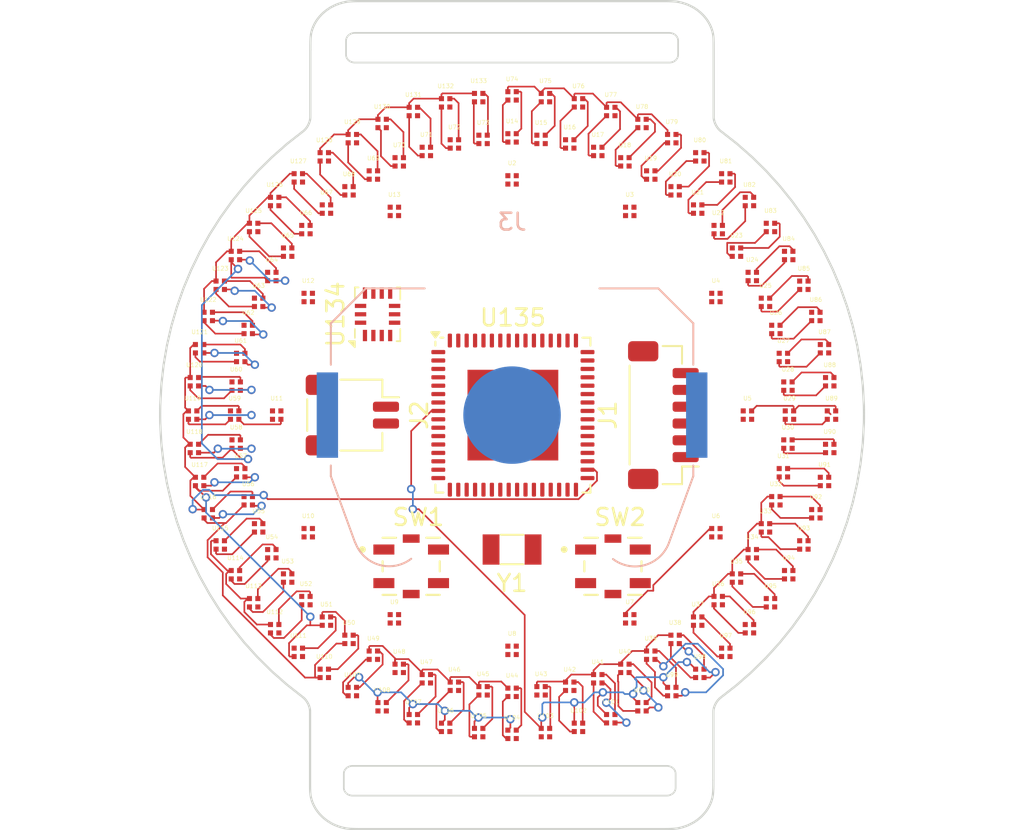
<source format=kicad_pcb>
(kicad_pcb (version 20241229) (generator "pcbnew") (generator_version "9.0")
  (layers (0 "F.Cu" signal) (2 "B.Cu" signal) (13 "F.Paste" user) (15 "B.Paste" user) (5 "F.SilkS" user "F.Silkscreen") (7 "B.SilkS" user "B.Silkscreen") (1 "F.Mask" user) (3 "B.Mask" user) (25 "Edge.Cuts" user))
  (net 0 "")
  (net 1 "/Minute3")
  (net 2 "/B4")
  (net 3 "/R1")
  (net 4 "Net-(J1-GND)")
  (net 5 "/Minute4")
  (net 6 "/Minute5")
  (net 7 "/R4")
  (net 8 "/B6")
  (net 9 "/Minute2")
  (net 10 "Net-(J1-VCC)")
  (net 11 "/B2")
  (net 12 "/Second4")
  (net 13 "/G5")
  (net 14 "/G1")
  (net 15 "/R6")
  (net 16 "/B5")
  (net 17 "Net-(J1-~{RST})")
  (net 18 "/Second7")
  (net 19 "/Minute6")
  (net 20 "/Second3")
  (net 21 "/Second2")
  (net 22 "/G2")
  (net 23 "/Minute10")
  (net 24 "/G6")
  (net 25 "/G3")
  (net 26 "/Hour2")
  (net 27 "/Second6")
  (net 28 "/B3")
  (net 29 "/R3")
  (net 30 "/Minute9")
  (net 31 "/Minute8")
  (net 32 "/G4")
  (net 33 "/R2")
  (net 34 "/Second10")
  (net 35 "/Minute7")
  (net 36 "/Minute1")
  (net 37 "/Second1")
  (net 38 "/Second8")
  (net 39 "/B1")
  (net 40 "/Second5")
  (net 41 "/Hour1")
  (net 42 "/Second9")
  (net 43 "/R5")
  (net 44 "Net-(U135-PF0)")
  (net 45 "Net-(U135-PF1)")
  (net 46 "Net-(U135-PF3)")
  (net 47 "Net-(U135-PF2)")
  (net 48 "Net-(U134-INT1)")
  (net 49 "Net-(U134-SCx)")
  (net 50 "Net-(U134-SDx)")
  (net 54 "Net-(U135-PD7)")
  (net 57 "Net-(U135-PD6)")
  (footprint "B39D3RGB_F6C0001HOU1930:B39D3RGB-F6C0001HOU1930_HVK" (layer "F.Cu") (at 93.2888 84.9265)
    (property "Reference" "U70")
    (property "Value" "B39D3RGB-F6C0001HOU1930")
  )
  (footprint "B39D3RGB_F6C0001HOU1930:B39D3RGB-F6C0001HOU1930_HVK" (layer "F.Cu") (at 112.7135 114.1198)
    (property "Reference" "U97")
    (property "Value" "B39D3RGB-F6C0001HOU1930")
  )
  (footprint "B39D3RGB_F6C0001HOU1930:B39D3RGB-F6C0001HOU1930_HVK" (layer "F.Cu") (at 86.6512 109.6985)
    (property "Reference" "U53")
    (property "Value" "B39D3RGB-F6C0001HOU1930")
  )
  (footprint "B39D3RGB_F6C0001HOU1930:B39D3RGB-F6C0001HOU1930_HVK" (layer "F.Cu") (at 116.1394 96.5695)
    (property "Reference" "U27")
    (property "Value" "B39D3RGB-F6C0001HOU1930")
  )
  (footprint "B39D3RGB_F6C0001HOU1930:B39D3RGB-F6C0001HOU1930_HVK" (layer "F.Cu") (at 90.3015 86.6512)
    (property "Reference" "U68")
    (property "Value" "B39D3RGB-F6C0001HOU1930")
  )
  (footprint "B39D3RGB_F6C0001HOU1930:B39D3RGB-F6C0001HOU1930_HVK" (layer "F.Cu") (at 94.1287 81.9299)
    (property "Reference" "U131")
    (property "Value" "B39D3RGB-F6C0001HOU1930")
  )
  (footprint "B39D3RGB_F6C0001HOU1930:B39D3RGB-F6C0001HOU1930_HVK" (layer "F.Cu") (at 81.1041 101.986)
    (property "Reference" "U118")
    (property "Value" "B39D3RGB-F6C0001HOU1930")
  )
  (footprint "B39D3RGB_F6C0001HOU1930:B39D3RGB-F6C0001HOU1930_HVK" (layer "F.Cu") (at 91.75 114.2894)
    (property "Reference" "U49")
    (property "Value" "B39D3RGB-F6C0001HOU1930")
  )
  (footprint "B39D3RGB_F6C0001HOU1930:B39D3RGB-F6C0001HOU1930_HVK" (layer "F.Cu") (at 93.2888 115.0735)
    (property "Reference" "U48")
    (property "Value" "B39D3RGB-F6C0001HOU1930")
  )
  (footprint "Crystal:Crystal_SMD_3215-2Pin_3.2x1.5mm" (layer "F.Cu") (at 100 108 180)
    (property "Reference" "Y1")
    (property "Value" "Crystal")
  )
  (footprint "B39D3RGB_F6C0001HOU1930:B39D3RGB-F6C0001HOU1930_HVK" (layer "F.Cu") (at 118.0701 105.8713)
    (property "Reference" "U92")
    (property "Value" "B39D3RGB-F6C0001HOU1930")
  )
  (footprint "B39D3RGB_F6C0001HOU1930:B39D3RGB-F6C0001HOU1930_HVK" (layer "F.Cu") (at 85.7106 91.75)
    (property "Reference" "U64")
    (property "Value" "B39D3RGB-F6C0001HOU1930")
  )
  (footprint "B39D3RGB_F6C0001HOU1930:B39D3RGB-F6C0001HOU1930_HVK" (layer "F.Cu") (at 115.0735 93.2888)
    (property "Reference" "U25")
    (property "Value" "B39D3RGB-F6C0001HOU1930")
  )
  (footprint "B39D3RGB_F6C0001HOU1930:B39D3RGB-F6C0001HOU1930_HVK" (layer "F.Cu") (at 108.25 85.7106)
    (property "Reference" "U19")
    (property "Value" "B39D3RGB-F6C0001HOU1930")
  )
  (footprint "B39D3RGB_F6C0001HOU1930:B39D3RGB-F6C0001HOU1930_HVK" (layer "F.Cu") (at 105.8713 118.0701)
    (property "Reference" "U101")
    (property "Value" "B39D3RGB-F6C0001HOU1930")
  )
  (footprint "B39D3RGB_F6C0001HOU1930:B39D3RGB-F6C0001HOU1930_HVK" (layer "F.Cu") (at 112.2619 88.9593)
    (property "Reference" "U22")
    (property "Value" "B39D3RGB-F6C0001HOU1930")
  )
  (footprint "Connector_JST:JST_SH_SM02B-SRSS-TB_1x02-1MP_P1.00mm_Horizontal" (layer "F.Cu") (at 90.5 100 -90)
    (property "Reference" "J2")
    (property "Value" "Lipo")
  )
  (footprint "B39D3RGB_F6C0001HOU1930:B39D3RGB-F6C0001HOU1930_HVK" (layer "F.Cu") (at 100 86)
    (property "Reference" "U2")
    (property "Value" "B39D3RGB-F6C0001HOU1930")
  )
  (footprint "B39D3RGB_F6C0001HOU1930:B39D3RGB-F6C0001HOU1930_HVK" (layer "F.Cu") (at 100 119)
    (property "Reference" "U104")
    (property "Value" "B39D3RGB-F6C0001HOU1930")
  )
  (footprint "B39D3RGB_F6C0001HOU1930:B39D3RGB-F6C0001HOU1930_HVK" (layer "F.Cu") (at 114.1198 112.7135)
    (property "Reference" "U96")
    (property "Value" "B39D3RGB-F6C0001HOU1930")
  )
  (footprint "B39D3RGB_F6C0001HOU1930:B39D3RGB-F6C0001HOU1930_HVK" (layer "F.Cu") (at 103.4305 116.1394)
    (property "Reference" "U42")
    (property "Value" "B39D3RGB-F6C0001HOU1930")
  )
  (footprint "B39D3RGB_F6C0001HOU1930:B39D3RGB-F6C0001HOU1930_HVK" (layer "F.Cu") (at 83.5 100)
    (property "Reference" "U59")
    (property "Value" "B39D3RGB-F6C0001HOU1930")
  )
  (footprint "B39D3RGB_F6C0001HOU1930:B39D3RGB-F6C0001HOU1930_HVK" (layer "F.Cu") (at 96.5695 116.1394)
    (property "Reference" "U46")
    (property "Value" "B39D3RGB-F6C0001HOU1930")
  )
  (footprint "B39D3RGB_F6C0001HOU1930:B39D3RGB-F6C0001HOU1930_HVK" (layer "F.Cu") (at 112.7135 85.8802)
    (property "Reference" "U81")
    (property "Value" "B39D3RGB-F6C0001HOU1930")
  )
  (footprint "B39D3RGB_F6C0001HOU1930:B39D3RGB-F6C0001HOU1930_HVK" (layer "F.Cu") (at 118.5848 96.0497)
    (property "Reference" "U87")
    (property "Value" "B39D3RGB-F6C0001HOU1930")
  )
  (footprint "B39D3RGB_F6C0001HOU1930:B39D3RGB-F6C0001HOU1930_HVK" (layer "F.Cu") (at 84.9265 106.7112)
    (property "Reference" "U55")
    (property "Value" "B39D3RGB-F6C0001HOU1930")
  )
  (footprint "B39D3RGB_F6C0001HOU1930:B39D3RGB-F6C0001HOU1930_HVK" (layer "F.Cu") (at 96.5695 83.8606)
    (property "Reference" "U72")
    (property "Value" "B39D3RGB-F6C0001HOU1930")
  )
  (footprint "B39D3RGB_F6C0001HOU1930:B39D3RGB-F6C0001HOU1930_HVK" (layer "F.Cu") (at 83.5904 101.7247)
    (property "Reference" "U58")
    (property "Value" "B39D3RGB-F6C0001HOU1930")
  )
  (footprint "B39D3RGB_F6C0001HOU1930:B39D3RGB-F6C0001HOU1930_HVK" (layer "F.Cu") (at 107 87.8756)
    (property "Reference" "U3")
    (property "Value" "B39D3RGB-F6C0001HOU1930")
  )
  (footprint "B39D3RGB_F6C0001HOU1930:B39D3RGB-F6C0001HOU1930_HVK" (layer "F.Cu") (at 105.0988 115.6924)
    (property "Reference" "U41")
    (property "Value" "B39D3RGB-F6C0001HOU1930")
  )
  (footprint "B39D3RGB_F6C0001HOU1930:B39D3RGB-F6C0001HOU1930_HVK" (layer "F.Cu") (at 81.1041 98.014)
    (property "Reference" "U120")
    (property "Value" "B39D3RGB-F6C0001HOU1930")
  )
  (footprint "B39D3RGB_F6C0001HOU1930:B39D3RGB-F6C0001HOU1930_HVK" (layer "F.Cu") (at 92.272 117.3574)
    (property "Reference" "U108")
    (property "Value" "B39D3RGB-F6C0001HOU1930")
  )
  (footprint "B39D3RGB_F6C0001HOU1930:B39D3RGB-F6C0001HOU1930_HVK" (layer "F.Cu") (at 118.8959 101.986)
    (property "Reference" "U90")
    (property "Value" "B39D3RGB-F6C0001HOU1930")
  )
  (footprint "B39D3RGB_F6C0001HOU1930:B39D3RGB-F6C0001HOU1930_HVK" (layer "F.Cu") (at 105.8713 81.9299)
    (property "Reference" "U77")
    (property "Value" "B39D3RGB-F6C0001HOU1930")
  )
  (footprint "B39D3RGB_F6C0001HOU1930:B39D3RGB-F6C0001HOU1930_HVK" (layer "F.Cu") (at 98.2753 83.5904)
    (property "Reference" "U73")
    (property "Value" "B39D3RGB-F6C0001HOU1930")
  )
  (footprint "B39D3RGB_F6C0001HOU1930:B39D3RGB-F6C0001HOU1930_HVK" (layer "F.Cu") (at 92.272 82.6426)
    (property "Reference" "U130")
    (property "Value" "B39D3RGB-F6C0001HOU1930")
  )
  (footprint "B39D3RGB_F6C0001HOU1930:B39D3RGB-F6C0001HOU1930_HVK" (layer "F.Cu") (at 115.3713 88.8321)
    (property "Reference" "U83")
    (property "Value" "B39D3RGB-F6C0001HOU1930")
  )
  (footprint "B39D3RGB_F6C0001HOU1930:B39D3RGB-F6C0001HOU1930_HVK" (layer "F.Cu") (at 119 100)
    (property "Reference" "U89")
    (property "Value" "B39D3RGB-F6C0001HOU1930")
  )
  (footprint "B39D3RGB_F6C0001HOU1930:B39D3RGB-F6C0001HOU1930_HVK" (layer "F.Cu") (at 111.0407 112.2619)
    (property "Reference" "U37")
    (property "Value" "B39D3RGB-F6C0001HOU1930")
  )
  (footprint "B39D3RGB_F6C0001HOU1930:B39D3RGB-F6C0001HOU1930_HVK" (layer "F.Cu") (at 113.3488 109.6985)
    (property "Reference" "U35")
    (property "Value" "B39D3RGB-F6C0001HOU1930")
  )
  (footprint "B39D3RGB_F6C0001HOU1930:B39D3RGB-F6C0001HOU1930_HVK" (layer "F.Cu") (at 81.4152 103.9503)
    (property "Reference" "U117")
    (property "Value" "B39D3RGB-F6C0001HOU1930")
  )
  (footprint "B39D3RGB_F6C0001HOU1930:B39D3RGB-F6C0001HOU1930_HVK" (layer "F.Cu") (at 93 112.1244)
    (property "Reference" "U9")
    (property "Value" "B39D3RGB-F6C0001HOU1930")
  )
  (footprint "B39D3RGB_F6C0001HOU1930:B39D3RGB-F6C0001HOU1930_HVK" (layer "F.Cu") (at 87.2865 85.8802)
    (property "Reference" "U127")
    (property "Value" "B39D3RGB-F6C0001HOU1930")
  )
  (footprint "B39D3RGB_F6C0001HOU1930:B39D3RGB-F6C0001HOU1930_HVK" (layer "F.Cu") (at 101.7247 83.5904)
    (property "Reference" "U15")
    (property "Value" "B39D3RGB-F6C0001HOU1930")
  )
  (footprint "B39D3RGB_F6C0001HOU1930:B39D3RGB-F6C0001HOU1930_HVK" (layer "F.Cu") (at 106.7112 84.9265)
    (property "Reference" "U18")
    (property "Value" "B39D3RGB-F6C0001HOU1930")
  )
  (footprint "B39D3RGB_F6C0001HOU1930:B39D3RGB-F6C0001HOU1930_HVK" (layer "F.Cu") (at 114.2894 91.75)
    (property "Reference" "U24")
    (property "Value" "B39D3RGB-F6C0001HOU1930")
  )
  (footprint "B39D3RGB_F6C0001HOU1930:B39D3RGB-F6C0001HOU1930_HVK" (layer "F.Cu") (at 111.0407 87.7381)
    (property "Reference" "U21")
    (property "Value" "B39D3RGB-F6C0001HOU1930")
  )
  (footprint "kicad-footprints:SW_TS21-34-035-BK-260-SMT-TR" (layer "F.Cu") (at 106 109)
    (property "Reference" "SW2")
    (property "Value" "SW_DPST")
  )
  (footprint "B39D3RGB_F6C0001HOU1930:B39D3RGB-F6C0001HOU1930_HVK" (layer "F.Cu") (at 98.014 81.1041)
    (property "Reference" "U133")
    (property "Value" "B39D3RGB-F6C0001HOU1930")
  )
  (footprint "B39D3RGB_F6C0001HOU1930:B39D3RGB-F6C0001HOU1930_HVK" (layer "F.Cu") (at 100 116.5)
    (property "Reference" "U44")
    (property "Value" "B39D3RGB-F6C0001HOU1930")
  )
  (footprint "B39D3RGB_F6C0001HOU1930:B39D3RGB-F6C0001HOU1930_HVK" (layer "F.Cu") (at 84.6287 88.8321)
    (property "Reference" "U125")
    (property "Value" "B39D3RGB-F6C0001HOU1930")
  )
  (footprint "B39D3RGB_F6C0001HOU1930:B39D3RGB-F6C0001HOU1930_HVK" (layer "F.Cu") (at 108.25 114.2894)
    (property "Reference" "U39")
    (property "Value" "B39D3RGB-F6C0001HOU1930")
  )
  (footprint "B39D3RGB_F6C0001HOU1930:B39D3RGB-F6C0001HOU1930_HVK" (layer "F.Cu") (at 112.1244 93)
    (property "Reference" "U4")
    (property "Value" "B39D3RGB-F6C0001HOU1930")
  )
  (footprint "B39D3RGB_F6C0001HOU1930:B39D3RGB-F6C0001HOU1930_HVK" (layer "F.Cu") (at 114.2894 108.25)
    (property "Reference" "U34")
    (property "Value" "B39D3RGB-F6C0001HOU1930")
  )
  (footprint "B39D3RGB_F6C0001HOU1930:B39D3RGB-F6C0001HOU1930_HVK" (layer "F.Cu") (at 111.1679 84.6287)
    (property "Reference" "U80")
    (property "Value" "B39D3RGB-F6C0001HOU1930")
  )
  (footprint "B39D3RGB_F6C0001HOU1930:B39D3RGB-F6C0001HOU1930_HVK" (layer "F.Cu") (at 83.5455 109.5)
    (property "Reference" "U114")
    (property "Value" "B39D3RGB-F6C0001HOU1930")
  )
  (footprint "B39D3RGB_F6C0001HOU1930:B39D3RGB-F6C0001HOU1930_HVK" (layer "F.Cu") (at 83.8606 96.5695)
    (property "Reference" "U61")
    (property "Value" "B39D3RGB-F6C0001HOU1930")
  )
  (footprint "B39D3RGB_F6C0001HOU1930:B39D3RGB-F6C0001HOU1930_HVK" (layer "F.Cu") (at 90.5 116.4545)
    (property "Reference" "U109")
    (property "Value" "B39D3RGB-F6C0001HOU1930")
  )
  (footprint "B39D3RGB_F6C0001HOU1930:B39D3RGB-F6C0001HOU1930_HVK" (layer "F.Cu") (at 94.1287 118.0701)
    (property "Reference" "U107")
    (property "Value" "B39D3RGB-F6C0001HOU1930")
  )
  (footprint "B39D3RGB_F6C0001HOU1930:B39D3RGB-F6C0001HOU1930_HVK" (layer "F.Cu") (at 81.4152 96.0497)
    (property "Reference" "U121")
    (property "Value" "B39D3RGB-F6C0001HOU1930")
  )
  (footprint "B39D3RGB_F6C0001HOU1930:B39D3RGB-F6C0001HOU1930_HVK" (layer "F.Cu") (at 101.7247 116.4096)
    (property "Reference" "U43")
    (property "Value" "B39D3RGB-F6C0001HOU1930")
  )
  (footprint "B39D3RGB_F6C0001HOU1930:B39D3RGB-F6C0001HOU1930_HVK" (layer "F.Cu") (at 86.6512 90.3015)
    (property "Reference" "U65")
    (property "Value" "B39D3RGB-F6C0001HOU1930")
  )
  (footprint "B39D3RGB_F6C0001HOU1930:B39D3RGB-F6C0001HOU1930_HVK" (layer "F.Cu") (at 107 112.1244)
    (property "Reference" "U7")
    (property "Value" "B39D3RGB-F6C0001HOU1930")
  )
  (footprint "B39D3RGB_F6C0001HOU1930:B39D3RGB-F6C0001HOU1930_HVK" (layer "F.Cu") (at 91.75 85.7106)
    (property "Reference" "U69")
    (property "Value" "B39D3RGB-F6C0001HOU1930")
  )
  (footprint "B39D3RGB_F6C0001HOU1930:B39D3RGB-F6C0001HOU1930_HVK" (layer "F.Cu") (at 98.014 118.8959)
    (property "Reference" "U105")
    (property "Value" "B39D3RGB-F6C0001HOU1930")
  )
  (footprint "B39D3RGB_F6C0001HOU1930:B39D3RGB-F6C0001HOU1930_HVK" (layer "F.Cu") (at 90.5 83.5455)
    (property "Reference" "U129")
    (property "Value" "B39D3RGB-F6C0001HOU1930")
  )
  (footprint "B39D3RGB_F6C0001HOU1930:B39D3RGB-F6C0001HOU1930_HVK" (layer "F.Cu") (at 115.3713 111.1679)
    (property "Reference" "U95")
    (property "Value" "B39D3RGB-F6C0001HOU1930")
  )
  (footprint "B39D3RGB_F6C0001HOU1930:B39D3RGB-F6C0001HOU1930_HVK" (layer "F.Cu") (at 115.6924 105.0988)
    (property "Reference" "U32")
    (property "Value" "B39D3RGB-F6C0001HOU1930")
  )
  (footprint "B39D3RGB_F6C0001HOU1930:B39D3RGB-F6C0001HOU1930_HVK" (layer "F.Cu") (at 85.7106 108.25)
    (property "Reference" "U54")
    (property "Value" "B39D3RGB-F6C0001HOU1930")
  )
  (footprint "B39D3RGB_F6C0001HOU1930:B39D3RGB-F6C0001HOU1930_HVK" (layer "F.Cu") (at 88.8321 84.6287)
    (property "Reference" "U128")
    (property "Value" "B39D3RGB-F6C0001HOU1930")
  )
  (footprint "B39D3RGB_F6C0001HOU1930:B39D3RGB-F6C0001HOU1930_HVK" (layer "F.Cu") (at 116.4096 101.7247)
    (property "Reference" "U30")
    (property "Value" "B39D3RGB-F6C0001HOU1930")
  )
  (footprint "B39D3RGB_F6C0001HOU1930:B39D3RGB-F6C0001HOU1930_HVK" (layer "F.Cu") (at 85.8802 87.2865)
    (property "Reference" "U126")
    (property "Value" "B39D3RGB-F6C0001HOU1930")
  )
  (footprint "B39D3RGB_F6C0001HOU1930:B39D3RGB-F6C0001HOU1930_HVK" (layer "F.Cu") (at 116.1394 103.4305)
    (property "Reference" "U31")
    (property "Value" "B39D3RGB-F6C0001HOU1930")
  )
  (footprint "B39D3RGB_F6C0001HOU1930:B39D3RGB-F6C0001HOU1930_HVK" (layer "F.Cu") (at 90.3015 113.3488)
    (property "Reference" "U50")
    (property "Value" "B39D3RGB-F6C0001HOU1930")
  )
  (footprint "B39D3RGB_F6C0001HOU1930:B39D3RGB-F6C0001HOU1930_HVK" (layer "F.Cu") (at 84.3076 94.9012)
    (property "Reference" "U62")
    (property "Value" "B39D3RGB-F6C0001HOU1930")
  )
  (footprint "B39D3RGB_F6C0001HOU1930:B39D3RGB-F6C0001HOU1930_HVK" (layer "F.Cu") (at 96.0497 118.5848)
    (property "Reference" "U106")
    (property "Value" "B39D3RGB-F6C0001HOU1930")
  )
  (footprint "B39D3RGB_F6C0001HOU1930:B39D3RGB-F6C0001HOU1930_HVK" (layer "F.Cu") (at 109.6985 86.6512)
    (property "Reference" "U20")
    (property "Value" "B39D3RGB-F6C0001HOU1930")
  )
  (footprint "B39D3RGB_F6C0001HOU1930:B39D3RGB-F6C0001HOU1930_HVK" (layer "F.Cu") (at 83.5455 90.5)
    (property "Reference" "U124")
    (property "Value" "B39D3RGB-F6C0001HOU1930")
  )
  (footprint "B39D3RGB_F6C0001HOU1930:B39D3RGB-F6C0001HOU1930_HVK" (layer "F.Cu") (at 117.3574 107.728)
    (property "Reference" "U93")
    (property "Value" "B39D3RGB-F6C0001HOU1930")
  )
  (footprint "B39D3RGB_F6C0001HOU1930:B39D3RGB-F6C0001HOU1930_HVK" (layer "F.Cu") (at 101.986 118.8959)
    (property "Reference" "U103")
    (property "Value" "B39D3RGB-F6C0001HOU1930")
  )
  (footprint "B39D3RGB_F6C0001HOU1930:B39D3RGB-F6C0001HOU1930_HVK" (layer "F.Cu") (at 118.0701 94.1287)
    (property "Reference" "U86")
    (property "Value" "B39D3RGB-F6C0001HOU1930")
  )
  (footprint "B39D3RGB_F6C0001HOU1930:B39D3RGB-F6C0001HOU1930_HVK" (layer "F.Cu") (at 85.8802 112.7135)
    (property "Reference" "U112")
    (property "Value" "B39D3RGB-F6C0001HOU1930")
  )
  (footprint "kicad-footprints:SW_TS21-34-035-BK-260-SMT-TR" (layer "F.Cu") (at 94 109)
    (property "Reference" "SW1")
    (property "Value" "SW_DPST")
  )
  (footprint "B39D3RGB_F6C0001HOU1930:B39D3RGB-F6C0001HOU1930_HVK" (layer "F.Cu") (at 84.9265 93.2888)
    (property "Reference" "U63")
    (property "Value" "B39D3RGB-F6C0001HOU1930")
  )
  (footprint "B39D3RGB_F6C0001HOU1930:B39D3RGB-F6C0001HOU1930_HVK" (layer "F.Cu") (at 116.4545 90.5)
    (property "Reference" "U84")
    (property "Value" "B39D3RGB-F6C0001HOU1930")
  )
  (footprint "B39D3RGB_F6C0001HOU1930:B39D3RGB-F6C0001HOU1930_HVK" (layer "F.Cu") (at 117.3574 92.272)
    (property "Reference" "U85")
    (property "Value" "B39D3RGB-F6C0001HOU1930")
  )
  (footprint "B39D3RGB_F6C0001HOU1930:B39D3RGB-F6C0001HOU1930_HVK" (layer "F.Cu") (at 114.1198 87.2865)
    (property "Reference" "U82")
    (property "Value" "B39D3RGB-F6C0001HOU1930")
  )
  (footprint "B39D3RGB_F6C0001HOU1930:B39D3RGB-F6C0001HOU1930_HVK" (layer "F.Cu") (at 87.7381 88.9593)
    (property "Reference" "U66")
    (property "Value" "B39D3RGB-F6C0001HOU1930")
  )
  (footprint "B39D3RGB_F6C0001HOU1930:B39D3RGB-F6C0001HOU1930_HVK" (layer "F.Cu") (at 83.5904 98.2753)
    (property "Reference" "U60")
    (property "Value" "B39D3RGB-F6C0001HOU1930")
  )
  (footprint "B39D3RGB_F6C0001HOU1930:B39D3RGB-F6C0001HOU1930_HVK" (layer "F.Cu") (at 100 83.5)
    (property "Reference" "U14")
    (property "Value" "B39D3RGB-F6C0001HOU1930")
  )
  (footprint "B39D3RGB_F6C0001HOU1930:B39D3RGB-F6C0001HOU1930_HVK" (layer "F.Cu") (at 109.6985 113.3488)
    (property "Reference" "U38")
    (property "Value" "B39D3RGB-F6C0001HOU1930")
  )
  (footprint "B39D3RGB_F6C0001HOU1930:B39D3RGB-F6C0001HOU1930_HVK" (layer "F.Cu") (at 103.9503 81.4152)
    (property "Reference" "U76")
    (property "Value" "B39D3RGB-F6C0001HOU1930")
  )
  (footprint "B39D3RGB_F6C0001HOU1930:B39D3RGB-F6C0001HOU1930_HVK" (layer "F.Cu") (at 96.0497 81.4152)
    (property "Reference" "U132")
    (property "Value" "B39D3RGB-F6C0001HOU1930")
  )
  (footprint "B39D3RGB_F6C0001HOU1930:B39D3RGB-F6C0001HOU1930_HVK" (layer "F.Cu") (at 81 100)
    (property "Reference" "U119")
    (property "Value" "B39D3RGB-F6C0001HOU1930")
  )
  (footprint "B39D3RGB_F6C0001HOU1930:B39D3RGB-F6C0001HOU1930_HVK" (layer "F.Cu") (at 111.1679 115.3713)
    (property "Reference" "U98")
    (property "Value" "B39D3RGB-F6C0001HOU1930")
  )
  (footprint "B39D3RGB_F6C0001HOU1930:B39D3RGB-F6C0001HOU1930_HVK" (layer "F.Cu") (at 113.3488 90.3015)
    (property "Reference" "U23")
    (property "Value" "B39D3RGB-F6C0001HOU1930")
  )
  (footprint "B39D3RGB_F6C0001HOU1930:B39D3RGB-F6C0001HOU1930_HVK" (layer "F.Cu") (at 101.986 81.1041)
    (property "Reference" "U75")
    (property "Value" "B39D3RGB-F6C0001HOU1930")
  )
  (footprint "B39D3RGB_F6C0001HOU1930:B39D3RGB-F6C0001HOU1930_HVK" (layer "F.Cu") (at 87.8756 107)
    (property "Reference" "U10")
    (property "Value" "B39D3RGB-F6C0001HOU1930")
  )
  (footprint "B39D3RGB_F6C0001HOU1930:B39D3RGB-F6C0001HOU1930_HVK" (layer "F.Cu") (at 86 100)
    (property "Reference" "U11")
    (property "Value" "B39D3RGB-F6C0001HOU1930")
  )
  (footprint "B39D3RGB_F6C0001HOU1930:B39D3RGB-F6C0001HOU1930_HVK" (layer "F.Cu") (at 116.4545 109.5)
    (property "Reference" "U94")
    (property "Value" "B39D3RGB-F6C0001HOU1930")
  )
  (footprint "B39D3RGB_F6C0001HOU1930:B39D3RGB-F6C0001HOU1930_HVK" (layer "F.Cu") (at 82.6426 107.728)
    (property "Reference" "U115")
    (property "Value" "B39D3RGB-F6C0001HOU1930")
  )
  (footprint "B39D3RGB_F6C0001HOU1930:B39D3RGB-F6C0001HOU1930_HVK" (layer "F.Cu") (at 87.2865 114.1198)
    (property "Reference" "U111")
    (property "Value" "B39D3RGB-F6C0001HOU1930")
  )
  (footprint "B39D3RGB_F6C0001HOU1930:B39D3RGB-F6C0001HOU1930_HVK" (layer "F.Cu") (at 88.9593 112.2619)
    (property "Reference" "U51")
    (property "Value" "B39D3RGB-F6C0001HOU1930")
  )
  (footprint "B39D3RGB_F6C0001HOU1930:B39D3RGB-F6C0001HOU1930_HVK" (layer "F.Cu") (at 100 81)
    (property "Reference" "U74")
    (property "Value" "B39D3RGB-F6C0001HOU1930")
  )
  (footprint "B39D3RGB_F6C0001HOU1930:B39D3RGB-F6C0001HOU1930_HVK" (layer "F.Cu") (at 93 87.8756)
    (property "Reference" "U13")
    (property "Value" "B39D3RGB-F6C0001HOU1930")
  )
  (footprint "B39D3RGB_F6C0001HOU1930:B39D3RGB-F6C0001HOU1930_HVK" (layer "F.Cu") (at 112.2619 111.0407)
    (property "Reference" "U36")
    (property "Value" "B39D3RGB-F6C0001HOU1930")
  )
  (footprint "B39D3RGB_F6C0001HOU1930:B39D3RGB-F6C0001HOU1930_HVK" (layer "F.Cu") (at 100 114)
    (property "Reference" "U8")
    (property "Value" "B39D3RGB-F6C0001HOU1930")
  )
  (footprint "B39D3RGB_F6C0001HOU1930:B39D3RGB-F6C0001HOU1930_HVK" (layer "F.Cu") (at 103.4305 83.8606)
    (property "Reference" "U16")
    (property "Value" "B39D3RGB-F6C0001HOU1930")
  )
  (footprint "B39D3RGB_F6C0001HOU1930:B39D3RGB-F6C0001HOU1930_HVK" (layer "F.Cu") (at 114 100)
    (property "Reference" "U5")
    (property "Value" "B39D3RGB-F6C0001HOU1930")
  )
  (footprint "B39D3RGB_F6C0001HOU1930:B39D3RGB-F6C0001HOU1930_HVK" (layer "F.Cu") (at 109.5 83.5455)
    (property "Reference" "U79")
    (property "Value" "B39D3RGB-F6C0001HOU1930")
  )
  (footprint "B39D3RGB_F6C0001HOU1930:B39D3RGB-F6C0001HOU1930_HVK" (layer "F.Cu") (at 116.5 100)
    (property "Reference" "U29")
    (property "Value" "B39D3RGB-F6C0001HOU1930")
  )
  (footprint "B39D3RGB_F6C0001HOU1930:B39D3RGB-F6C0001HOU1930_HVK" (layer "F.Cu") (at 103.9503 118.5848)
    (property "Reference" "U102")
    (property "Value" "B39D3RGB-F6C0001HOU1930")
  )
  (footprint "B39D3RGB_F6C0001HOU1930:B39D3RGB-F6C0001HOU1930_HVK" (layer "F.Cu") (at 84.3076 105.0988)
    (property "Reference" "U56")
    (property "Value" "B39D3RGB-F6C0001HOU1930")
  )
  (footprint "B39D3RGB_F6C0001HOU1930:B39D3RGB-F6C0001HOU1930_HVK" (layer "F.Cu") (at 87.8756 93)
    (property "Reference" "U12")
    (property "Value" "B39D3RGB-F6C0001HOU1930")
  )
  (footprint "B39D3RGB_F6C0001HOU1930:B39D3RGB-F6C0001HOU1930_HVK" (layer "F.Cu") (at 115.0735 106.7112)
    (property "Reference" "U33")
    (property "Value" "B39D3RGB-F6C0001HOU1930")
  )
  (footprint "B39D3RGB_F6C0001HOU1930:B39D3RGB-F6C0001HOU1930_HVK" (layer "F.Cu") (at 83.8606 103.4305)
    (property "Reference" "U57")
    (property "Value" "B39D3RGB-F6C0001HOU1930")
  )
  (footprint "B39D3RGB_F6C0001HOU1930:B39D3RGB-F6C0001HOU1930_HVK" (layer "F.Cu") (at 105.0988 84.3076)
    (property "Reference" "U17")
    (property "Value" "B39D3RGB-F6C0001HOU1930")
  )
  (footprint "B39D3RGB_F6C0001HOU1930:B39D3RGB-F6C0001HOU1930_HVK" (layer "F.Cu") (at 88.9593 87.7381)
    (property "Reference" "U67")
    (property "Value" "B39D3RGB-F6C0001HOU1930")
  )
  (footprint "B39D3RGB_F6C0001HOU1930:B39D3RGB-F6C0001HOU1930_HVK" (layer "F.Cu") (at 94.9012 84.3076)
    (property "Reference" "U71")
    (property "Value" "B39D3RGB-F6C0001HOU1930")
  )
  (footprint "Connector_JST:JST_SH_BM06B-SRSS-TB_1x06-1MP_P1.00mm_Vertical" (layer "F.Cu") (at 109 100 90)
    (property "Reference" "J1")
    (property "Value" "AVR-ISP-6")
  )
  (footprint "B39D3RGB_F6C0001HOU1930:B39D3RGB-F6C0001HOU1930_HVK" (layer "F.Cu") (at 107.728 82.6426)
    (property "Reference" "U78")
    (property "Value" "B39D3RGB-F6C0001HOU1930")
  )
  (footprint "B39D3RGB_F6C0001HOU1930:B39D3RGB-F6C0001HOU1930_HVK" (layer "F.Cu") (at 118.8959 98.014)
    (property "Reference" "U88")
    (property "Value" "B39D3RGB-F6C0001HOU1930")
  )
  (footprint "B39D3RGB_F6C0001HOU1930:B39D3RGB-F6C0001HOU1930_HVK" (layer "F.Cu") (at 106.7112 115.0735)
    (property "Reference" "U40")
    (property "Value" "B39D3RGB-F6C0001HOU1930")
  )
  (footprint "Package_LGA:Bosch_LGA-14_3x2.5mm_P0.5mm" (layer "F.Cu") (at 92 94 90)
    (property "Reference" "U134")
    (property "Value" "BMI160")
  )
  (footprint "B39D3RGB_F6C0001HOU1930:B39D3RGB-F6C0001HOU1930_HVK" (layer "F.Cu") (at 84.6287 111.1679)
    (property "Reference" "U113")
    (property "Value" "B39D3RGB-F6C0001HOU1930")
  )
  (footprint "B39D3RGB_F6C0001HOU1930:B39D3RGB-F6C0001HOU1930_HVK" (layer "F.Cu") (at 115.6924 94.9012)
    (property "Reference" "U26")
    (property "Value" "B39D3RGB-F6C0001HOU1930")
  )
  (footprint "B39D3RGB_F6C0001HOU1930:B39D3RGB-F6C0001HOU1930_HVK" (layer "F.Cu") (at 94.9012 115.6924)
    (property "Reference" "U47")
    (property "Value" "B39D3RGB-F6C0001HOU1930")
  )
  (footprint "B39D3RGB_F6C0001HOU1930:B39D3RGB-F6C0001HOU1930_HVK" (layer "F.Cu") (at 118.5848 103.9503)
    (property "Reference" "U91")
    (property "Value" "B39D3RGB-F6C0001HOU1930")
  )
  (footprint "B39D3RGB_F6C0001HOU1930:B39D3RGB-F6C0001HOU1930_HVK" (layer "F.Cu") (at 87.7381 111.0407)
    (property "Reference" "U52")
    (property "Value" "B39D3RGB-F6C0001HOU1930")
  )
  (footprint "B39D3RGB_F6C0001HOU1930:B39D3RGB-F6C0001HOU1930_HVK" (layer "F.Cu") (at 81.9299 105.8713)
    (property "Reference" "U116")
    (property "Value" "B39D3RGB-F6C0001HOU1930")
  )
  (footprint "B39D3RGB_F6C0001HOU1930:B39D3RGB-F6C0001HOU1930_HVK" (layer "F.Cu") (at 81.9299 94.1287)
    (property "Reference" "U122")
    (property "Value" "B39D3RGB-F6C0001HOU1930")
  )
  (footprint "B39D3RGB_F6C0001HOU1930:B39D3RGB-F6C0001HOU1930_HVK" (layer "F.Cu") (at 88.8321 115.3713)
    (property "Reference" "U110")
    (property "Value" "B39D3RGB-F6C0001HOU1930")
  )
  (footprint "Package_DFN_QFN:QFN-64-1EP_9x9mm_P0.5mm_EP5.4x5.4mm" (layer "F.Cu") (at 100.05 100)
    (property "Reference" "U135")
    (property "Value" "ATmega165PA-M")
  )
  (footprint "B39D3RGB_F6C0001HOU1930:B39D3RGB-F6C0001HOU1930_HVK" (layer "F.Cu") (at 112.1244 107)
    (property "Reference" "U6")
    (property "Value" "B39D3RGB-F6C0001HOU1930")
  )
  (footprint "B39D3RGB_F6C0001HOU1930:B39D3RGB-F6C0001HOU1930_HVK" (layer "F.Cu") (at 109.5 116.4545)
    (property "Reference" "U99")
    (property "Value" "B39D3RGB-F6C0001HOU1930")
  )
  (footprint "B39D3RGB_F6C0001HOU1930:B39D3RGB-F6C0001HOU1930_HVK" (layer "F.Cu") (at 107.728 117.3574)
    (property "Reference" "U100")
    (property "Value" "B39D3RGB-F6C0001HOU1930")
  )
  (footprint "B39D3RGB_F6C0001HOU1930:B39D3RGB-F6C0001HOU1930_HVK" (layer "F.Cu") (at 82.6426 92.272)
    (property "Reference" "U123")
    (property "Value" "B39D3RGB-F6C0001HOU1930")
  )
  (footprint "B39D3RGB_F6C0001HOU1930:B39D3RGB-F6C0001HOU1930_HVK" (layer "F.Cu") (at 116.4096 98.2753)
    (property "Reference" "U28")
    (property "Value" "B39D3RGB-F6C0001HOU1930")
  )
  (footprint "B39D3RGB_F6C0001HOU1930:B39D3RGB-F6C0001HOU1930_HVK" (layer "F.Cu") (at 98.2753 116.4096)
    (property "Reference" "U45")
    (property "Value" "B39D3RGB-F6C0001HOU1930")
  )
  (footprint "Battery:BatteryHolder_Keystone_3034_1x20mm" (layer "B.Cu") (at 100 100 180)
    (property "Reference" "J3")
    (property "Value" "Coin Cell")
  )
  (gr_poly (pts (xy 109.38064 77.252215) (xy 109.407181 77.25402) (xy 109.433336 77.256994) (xy 109.459072 77.261106) (xy 109.484357 77.266327) (xy 109.509157 77.272628) (xy 109.53344 77.27998) (xy 109.557173 77.288352) (xy 109.580323 77.297716) (xy 109.602857 77.308042) (xy 109.624742 77.319301) (xy 109.645946 77.331464) (xy 109.666436 77.3445) (xy 109.686179 77.358381) (xy 109.705141 77.373078) (xy 109.723291 77.38856) (xy 109.740596 77.404799) (xy 109.757022 77.421766) (xy 109.772536 77.439429) (xy 109.787107 77.457762) (xy 109.8007 77.476733) (xy 109.813284 77.496314) (xy 109.824825 77.516475) (xy 109.835291 77.537187) (xy 109.844648 77.558421) (xy 109.852865 77.580147) (xy 109.859907 77.602335) (xy 109.865742 77.624957) (xy 109.870338 77.647982) (xy 109.873662 77.671382) (xy 109.87568 77.695128) (xy 109.87636 77.719189) (xy 109.87636 78.551144) (xy 109.87568 78.575205) (xy 109.873662 78.59895) (xy 109.870338 78.62235) (xy 109.865742 78.645376) (xy 109.859907 78.667998) (xy 109.852865 78.690186) (xy 109.844648 78.711912) (xy 109.835291 78.733145) (xy 109.824825 78.753857) (xy 109.813284 78.774018) (xy 109.8007 78.793599) (xy 109.787107 78.812571) (xy 109.772536 78.830903) (xy 109.757022 78.848567) (xy 109.740596 78.865533) (xy 109.723291 78.881772) (xy 109.705141 78.897255) (xy 109.686179 78.911951) (xy 109.666436 78.925832) (xy 109.645946 78.938869) (xy 109.624742 78.951031) (xy 109.602857 78.96229) (xy 109.580323 78.972617) (xy 109.557173 78.981981) (xy 109.53344 78.990353) (xy 109.509157 78.997704) (xy 109.484357 79.004005) (xy 109.459072 79.009227) (xy 109.433336 79.013339) (xy 109.407181 79.016312) (xy 109.38064 79.018118) (xy 109.353746 79.018726) (xy 90.646524 79.018726) (xy 90.61963 79.018118) (xy 90.593088 79.016312) (xy 90.566933 79.013339) (xy 90.541196 79.009227) (xy 90.515911 79.004005) (xy 90.49111 78.997704) (xy 90.466827 78.990353) (xy 90.443094 78.981981) (xy 90.419943 78.972617) (xy 90.397409 78.96229) (xy 90.375523 78.951031) (xy 90.354319 78.938869) (xy 90.333829 78.925832) (xy 90.314086 78.911951) (xy 90.295123 78.897255) (xy 90.276973 78.881772) (xy 90.259668 78.865533) (xy 90.243242 78.848567) (xy 90.227727 78.830903) (xy 90.213157 78.812571) (xy 90.199563 78.793599) (xy 90.186979 78.774018) (xy 90.175438 78.753857) (xy 90.164972 78.733145) (xy 90.155615 78.711912) (xy 90.147399 78.690186) (xy 90.140356 78.667998) (xy 90.134521 78.645376) (xy 90.129925 78.62235) (xy 90.126601 78.59895) (xy 90.124583 78.575205) (xy 90.123903 78.551144) (xy 90.123903 77.719189) (xy 90.124583 77.695128) (xy 90.126601 77.671382) (xy 90.129925 77.647982) (xy 90.134521 77.624957) (xy 90.140356 77.602335) (xy 90.147399 77.580147) (xy 90.155615 77.558421) (xy 90.164972 77.537187) (xy 90.175438 77.516475) (xy 90.186979 77.496314) (xy 90.199563 77.476733) (xy 90.213157 77.457762) (xy 90.227727 77.439429) (xy 90.243242 77.421766) (xy 90.259668 77.404799) (xy 90.276973 77.38856) (xy 90.295123 77.373078) (xy 90.314086 77.358381) (xy 90.333829 77.3445) (xy 90.354319 77.331464) (xy 90.375523 77.319301) (xy 90.397409 77.308042) (xy 90.419943 77.297716) (xy 90.443094 77.288352) (xy 90.466827 77.27998) (xy 90.49111 77.272628) (xy 90.515911 77.266327) (xy 90.541196 77.261106) (xy 90.566933 77.256994) (xy 90.593088 77.25402) (xy 90.61963 77.252215) (xy 90.646524 77.251606) (xy 109.353746 77.251606)) (stroke (width 0.1)) (fill no) (layer "Edge.Cuts"))
  (gr_poly (pts (xy 109.072133 75.359927) (xy 109.210984 75.361059) (xy 109.353964 75.363909) (xy 109.496705 75.369207) (xy 109.634839 75.377684) (xy 109.763996 75.390069) (xy 109.823844 75.397956) (xy 109.879808 75.407093) (xy 110.067227 75.447666) (xy 110.249216 75.499971) (xy 110.425238 75.563527) (xy 110.594754 75.637855) (xy 110.757229 75.722474) (xy 110.912124 75.816905) (xy 111.058903 75.920667) (xy 111.197027 76.03328) (xy 111.32596 76.154265) (xy 111.445165 76.28314) (xy 111.554103 76.419427) (xy 111.604554 76.490199) (xy 111.652238 76.562644) (xy 111.697086 76.636701) (xy 111.739032 76.712311) (xy 111.778008 76.789414) (xy 111.813948 76.867949) (xy 111.846784 76.947858) (xy 111.876449 77.029078) (xy 111.902875 77.111551) (xy 111.925997 77.195217) (xy 111.938582 77.247951) (xy 111.949456 77.30053) (xy 111.966572 77.407086) (xy 111.978334 77.518612) (xy 111.985735 77.638832) (xy 111.989765 77.771472) (xy 111.991417 77.920257) (xy 111.991549 78.281162) (xy 111.991549 79.080082) (xy 111.991549 82.264385) (xy 111.992114 82.292009) (xy 111.993792 82.320049) (xy 112.000371 82.377175) (xy 112.01106 82.435357) (xy 112.025635 82.494185) (xy 112.043868 82.553253) (xy 112.065536 82.612152) (xy 112.090411 82.670474) (xy 112.118269 82.727812) (xy 112.148884 82.783757) (xy 112.18203 82.8379) (xy 112.217482 82.889836) (xy 112.255014 82.939154) (xy 112.294401 82.985448) (xy 112.335417 83.028309) (xy 112.377837 83.067329) (xy 112.421434 83.1021) (xy 113.372547 83.846338) (xy 114.273983 84.63936) (xy 115.124404 85.478594) (xy 115.922468 86.361468) (xy 116.666836 87.28541) (xy 117.356165 88.247848) (xy 117.989117 89.246209) (xy 118.56435 90.277921) (xy 119.080524 91.340412) (xy 119.536298 92.43111) (xy 119.930332 93.547442) (xy 120.261285 94.686837) (xy 120.527816 95.846722) (xy 120.728586 97.024525) (xy 120.862253 98.217673) (xy 120.927477 99.423596) (xy 120.931614 99.671111) (xy 120.932993 99.952708) (xy 120.931614 100.234304) (xy 120.927477 100.481815) (xy 120.862157 101.689021) (xy 120.72825 102.883415) (xy 120.527104 104.062416) (xy 120.260062 105.223447) (xy 119.928473 106.363926) (xy 119.533681 107.481275) (xy 119.077032 108.572914) (xy 118.559872 109.636264) (xy 117.983547 110.668744) (xy 117.349402 111.667776) (xy 116.658785 112.63078) (xy 115.91304 113.555176) (xy 115.113513 114.438384) (xy 114.261551 115.277826) (xy 113.358499 116.070921) (xy 112.405703 116.81509) (xy 112.362074 116.849821) (xy 112.319625 116.888802) (xy 112.27858 116.931624) (xy 112.239166 116.977882) (xy 112.201609 117.027165) (xy 112.166133 117.079068) (xy 112.132964 117.133182) (xy 112.102329 117.189098) (xy 112.074453 117.246411) (xy 112.049561 117.304711) (xy 112.02788 117.363591) (xy 112.009635 117.422643) (xy 111.995051 117.481459) (xy 111.984355 117.539632) (xy 111.977771 117.596754) (xy 111.975527 117.652416) (xy 111.975527 121.718823) (xy 111.974687 121.719625) (xy 111.973892 121.720465) (xy 111.973142 121.721338) (xy 111.972438 121.722245) (xy 111.97178 121.723183) (xy 111.97117 121.72415) (xy 111.970609 121.725144) (xy 111.970097 121.726164) (xy 111.969635 121.727208) (xy 111.969224 121.728273) (xy 111.968865 121.729359) (xy 111.968559 121.730463) (xy 111.968307 121.731584) (xy 111.96811 121.73272) (xy 111.967968 121.733868) (xy 111.967882 121.735027) (xy 111.967857 121.736187) (xy 111.967888 121.737342) (xy 111.967977 121.73849) (xy 111.968121 121.73963) (xy 111.96832 121.740759) (xy 111.968573 121.741875) (xy 111.96888 121.742976) (xy 111.96924 121.744061) (xy 111.969652 121.745127) (xy 111.970116 121.746172) (xy 111.970631 121.747195) (xy 111.971195 121.748194) (xy 111.971809 121.749166) (xy 111.972472 121.75011) (xy 111.973182 121.751023) (xy 111.97394 121.751904) (xy 111.97381 121.999993) (xy 111.972161 122.138997) (xy 111.968132 122.282013) (xy 111.960732 122.42457) (xy 111.94897 122.562197) (xy 111.941142 122.627764) (xy 111.931852 122.690422) (xy 111.920975 122.749612) (xy 111.908388 122.804775) (xy 111.85884 122.970916) (xy 111.796339 123.132046) (xy 111.721423 123.287686) (xy 111.634629 123.437356) (xy 111.536494 123.580574) (xy 111.427555 123.716862) (xy 111.30835 123.845739) (xy 111.179417 123.966725) (xy 111.041291 124.079339) (xy 110.894512 124.183101) (xy 110.739615 124.277533) (xy 110.577139 124.362152) (xy 110.407621 124.436479) (xy 110.231597 124.500034) (xy 110.049606 124.552337) (xy 109.862185 124.592907) (xy 109.806222 124.602042) (xy 109.746378 124.609927) (xy 109.617224 124.62231) (xy 109.479093 124.630786) (xy 109.336353 124.636086) (xy 109.193374 124.638937) (xy 109.054524 124.640071) (xy 108.806688 124.640103) (xy 91.151949 124.640103) (xy 90.904112 124.640073) (xy 90.765261 124.638941) (xy 90.62228 124.636091) (xy 90.479539 124.630793) (xy 90.341407 124.622316) (xy 90.212252 124.609931) (xy 90.152407 124.602044) (xy 90.096445 124.592907) (xy 89.909026 124.552334) (xy 89.727037 124.50003) (xy 89.551015 124.436473) (xy 89.381498 124.362145) (xy 89.219023 124.277526) (xy 89.064127 124.183095) (xy 88.917348 124.079332) (xy 88.779222 123.966719) (xy 88.650289 123.845734) (xy 88.531084 123.716858) (xy 88.422145 123.580571) (xy 88.371693 123.509799) (xy 88.324009 123.437354) (xy 88.279161 123.363296) (xy 88.237215 123.287685) (xy 88.198238 123.210582) (xy 88.162298 123.132046) (xy 88.129462 123.052137) (xy 88.099797 122.970916) (xy 88.07337 122.888442) (xy 88.050249 122.804775) (xy 88.037666 122.752044) (xy 88.026792 122.699467) (xy 88.009677 122.592912) (xy 87.997915 122.481385) (xy 87.990514 122.361162) (xy 87.986482 122.228519) (xy 87.98483 122.079731) (xy 87.984697 121.718823) (xy 87.984697 120.919903) (xy 87.984697 117.624508) (xy 87.984132 117.596882) (xy 87.982456 117.568838) (xy 87.975883 117.511699) (xy 87.965204 117.453499) (xy 87.950644 117.394648) (xy 87.932428 117.335553) (xy 87.910781 117.276623) (xy 87.88593 117.218265) (xy 87.8581 117.160889) (xy 87.827515 117.104902) (xy 87.794402 117.050712) (xy 87.758986 116.998729) (xy 87.721492 116.94936) (xy 87.682146 116.903013) (xy 87.641172 116.860097) (xy 87.598797 116.82102) (xy 87.555246 116.78619) (xy 86.606615 116.041841) (xy 85.707559 115.248915) (xy 84.859412 114.409974) (xy 84.063505 113.527579) (xy 83.321173 112.604292) (xy 82.633747 111.642674) (xy 82.00256 110.645286) (xy 81.428946 109.614691) (xy 80.914235 108.553449) (xy 80.459762 107.464123) (xy 80.066859 106.349272) (xy 79.736858 105.21146) (xy 79.471093 104.053248) (xy 79.270895 102.877197) (xy 79.137598 101.685868) (xy 79.072535 100.481823) (xy 79.068389 100.234312) (xy 79.067008 99.952716) (xy 79.068392 99.671119) (xy 79.072542 99.423603) (xy 79.137733 98.218313) (xy 79.271295 97.025777) (xy 79.471891 95.848566) (xy 79.738183 94.689248) (xy 80.068834 93.55039) (xy 80.462504 92.434562) (xy 80.917857 91.344332) (xy 81.433555 90.282269) (xy 82.008259 89.250941) (xy 82.640631 88.252917) (xy 83.329334 87.290765) (xy 84.073031 86.367054) (xy 84.870382 85.484352) (xy 85.72005 84.645229) (xy 86.620697 83.852252) (xy 87.570986 83.10799) (xy 87.614566 83.0732) (xy 87.65697 83.034162) (xy 87.697971 82.991283) (xy 87.737343 82.944972) (xy 87.774862 82.895637) (xy 87.810302 82.843686) (xy 87.843436 82.789527) (xy 87.874041 82.733568) (xy 87.901889 82.676218) (xy 87.926756 82.617884) (xy 87.948416 82.558974) (xy 87.966644 82.499897) (xy 87.981213 82.441061) (xy 87.9919 82.382873) (xy 87.998477 82.325743) (xy 88.000719 82.270077) (xy 88.000719 78.28117) (xy 88.001559 78.280368) (xy 88.002354 78.27953) (xy 88.003105 78.278656) (xy 88.003809 78.27775) (xy 88.004467 78.276812) (xy 88.005078 78.275844) (xy 88.00564 78.274849) (xy 88.006152 78.273829) (xy 88.006614 78.272784) (xy 88.007025 78.271718) (xy 88.007384 78.270632) (xy 88.00769 78.269527) (xy 88.007941 78.268406) (xy 88.008138 78.267271) (xy 88.008279 78.266124) (xy 88.008364 78.264965) (xy 88.008392 78.263804) (xy 88.008363 78.262648) (xy 88.008276 78.261499) (xy 88.008134 78.260359) (xy 88.007936 78.259229) (xy 88.007684 78.258113) (xy 88.007378 78.257012) (xy 88.007018 78.255927) (xy 88.006606 78.254862) (xy 88.006142 78.253817) (xy 88.005628 78.252795) (xy 88.005062 78.251798) (xy 88.004448 78.250827) (xy 88.003784 78.249886) (xy 88.003073 78.248975) (xy 88.002314 78.248097) (xy 88.002443 78.00002) (xy 88.004092 77.861018) (xy 88.008121 77.718002) (xy 88.015519 77.575445) (xy 88.027281 77.437816) (xy 88.035107 77.372248) (xy 88.044396 77.309588) (xy 88.055272 77.250397) (xy 88.067858 77.195233) (xy 88.117406 77.029092) (xy 88.179907 76.867962) (xy 88.254823 76.712323) (xy 88.341618 76.562654) (xy 88.439753 76.419437) (xy 88.548692 76.28315) (xy 88.667897 76.154274) (xy 88.796831 76.033289) (xy 88.934956 75.920675) (xy 89.081736 75.816913) (xy 89.236631 75.722482) (xy 89.399107 75.637863) (xy 89.568624 75.563535) (xy 89.744646 75.499978) (xy 89.926635 75.447674) (xy 90.114054 75.407101) (xy 90.114054 75.407093) (xy 90.170016 75.397956) (xy 90.229861 75.390069) (xy 90.359015 75.377684) (xy 90.497148 75.369207) (xy 90.639889 75.363909) (xy 90.782869 75.361059) (xy 90.921721 75.359927) (xy 91.169558 75.359898) (xy 108.824297 75.359898)) (stroke (width 0.131876)) (fill no) (layer "Edge.Cuts"))
  (gr_poly (pts (xy 109.23209 120.878761) (xy 109.25781 120.880476) (xy 109.283312 120.883315) (xy 109.308553 120.887262) (xy 109.33349 120.892302) (xy 109.358079 120.898417) (xy 109.382279 120.905593) (xy 109.406046 120.913813) (xy 109.429337 120.923061) (xy 109.45211 120.933322) (xy 109.474321 120.944579) (xy 109.495928 120.956817) (xy 109.516888 120.970019) (xy 109.537158 120.984171) (xy 109.556695 120.999254) (xy 109.575457 121.015255) (xy 109.593313 121.032072) (xy 109.610146 121.049583) (xy 109.625937 121.06775) (xy 109.64067 121.086535) (xy 109.654326 121.105899) (xy 109.666888 121.125804) (xy 109.678338 121.146212) (xy 109.688658 121.167084) (xy 109.69783 121.188382) (xy 109.705837 121.210068) (xy 109.71266 121.232102) (xy 109.718283 121.254448) (xy 109.722687 121.277066) (xy 109.725855 121.299919) (xy 109.727769 121.322967) (xy 109.728411 121.346172) (xy 109.728411 122.178951) (xy 109.727769 122.202157) (xy 109.725855 122.225205) (xy 109.722687 122.248058) (xy 109.718283 122.270676) (xy 109.71266 122.293021) (xy 109.705837 122.315056) (xy 109.69783 122.336742) (xy 109.688658 122.35804) (xy 109.678338 122.378912) (xy 109.666888 122.39932) (xy 109.654326 122.419225) (xy 109.64067 122.438589) (xy 109.625937 122.457374) (xy 109.610146 122.475541) (xy 109.593313 122.493052) (xy 109.575457 122.509869) (xy 109.556695 122.525872) (xy 109.537158 122.540958) (xy 109.516888 122.55511) (xy 109.495928 122.568313) (xy 109.474321 122.580551) (xy 109.45211 122.591809) (xy 109.429337 122.602069) (xy 109.406046 122.611317) (xy 109.382279 122.619536) (xy 109.358079 122.626711) (xy 109.33349 122.632825) (xy 109.308553 122.637864) (xy 109.283312 122.64181) (xy 109.25781 122.644649) (xy 109.23209 122.646363) (xy 109.206194 122.646938) (xy 90.513674 122.646938) (xy 90.487779 122.646363) (xy 90.46206 122.644649) (xy 90.436559 122.64181) (xy 90.41132 122.637864) (xy 90.386384 122.632825) (xy 90.361796 122.626711) (xy 90.337597 122.619536) (xy 90.31383 122.611317) (xy 90.290539 122.602069) (xy 90.267767 122.591809) (xy 90.245555 122.580551) (xy 90.223947 122.568313) (xy 90.202986 122.55511) (xy 90.182714 122.540958) (xy 90.163175 122.525872) (xy 90.144411 122.509869) (xy 90.126556 122.493052) (xy 90.109724 122.475541) (xy 90.093934 122.457374) (xy 90.079202 122.438589) (xy 90.065546 122.419225) (xy 90.052985 122.39932) (xy 90.041536 122.378912) (xy 90.031217 122.35804) (xy 90.022045 122.336742) (xy 90.014038 122.315056) (xy 90.007215 122.293021) (xy 90.001592 122.270676) (xy 89.997188 122.248058) (xy 89.99402 122.225205) (xy 89.992106 122.202157) (xy 89.991465 122.178951) (xy 89.991465 121.346172) (xy 89.992106 121.322967) (xy 89.99402 121.299919) (xy 89.997188 121.277066) (xy 90.001592 121.254448) (xy 90.007215 121.232102) (xy 90.014038 121.210068) (xy 90.022045 121.188382) (xy 90.031217 121.167084) (xy 90.041536 121.146212) (xy 90.052985 121.125804) (xy 90.065546 121.105899) (xy 90.079202 121.086535) (xy 90.093934 121.06775) (xy 90.109724 121.049583) (xy 90.126556 121.032072) (xy 90.144411 121.015255) (xy 90.163175 120.999254) (xy 90.182714 120.984171) (xy 90.202986 120.970019) (xy 90.223947 120.956817) (xy 90.245555 120.944579) (xy 90.267767 120.933322) (xy 90.290539 120.923061) (xy 90.31383 120.913813) (xy 90.337597 120.905593) (xy 90.361796 120.898417) (xy 90.386384 120.892302) (xy 90.41132 120.887262) (xy 90.436559 120.883315) (xy 90.46206 120.880476) (xy 90.487779 120.878761) (xy 90.513674 120.878185) (xy 109.206194 120.878185)) (stroke (width 0.1)) (fill no) (layer "Edge.Cuts"))
  (segment (start 85.5515 90.5515) (end 86.4012 90.5515) (width 0.1) (layer "F.Cu") (net 2))
  (segment (start 85.1797 111.7189) (end 86.4012 110.4974) (width 0.1) (layer "F.Cu") (net 2))
  (segment (start 113.0988 110.1985) (end 113.0988 109.9485) (width 0.1) (layer "F.Cu") (net 2))
  (segment (start 118.449 100.551) (end 116.301 100.551) (width 0.1) (layer "F.Cu") (net 2))
  (segment (start 93.5777 118.1211) (end 93.5777 117.0159) (width 0.1) (layer "F.Cu") (net 2))
  (segment (start 104.5478 83.2534) (end 104.5478 84.5066) (width 0.1) (layer "F.Cu") (net 2))
  (segment (start 114.3182 111.4179) (end 113.0988 110.1985) (width 0.1) (layer "F.Cu") (net 2))
  (segment (start 93.8787 84.0351) (end 94.4012 84.5576) (width 0.1) (layer "F.Cu") (net 2))
  (segment (start 105.6213 82.1799) (end 104.5478 83.2534) (width 0.1) (layer "F.Cu") (net 2))
  (segment (start 84.3787 89.3787) (end 85.5515 90.5515) (width 0.1) (layer "F.Cu") (net 2))
  (segment (start 84.3787 111.5199) (end 84.5777 111.7189) (width 0.1) (layer "F.Cu") (net 2))
  (segment (start 105.6213 118.3201) (end 105.5193 118.3201) (width 0.1) (layer "F.Cu") (net 2))
  (segment (start 93.8787 118.3201) (end 93.7767 118.3201) (width 0.1) (layer "F.Cu") (net 2))
  (segment (start 112.9968 90.5515) (end 113.0988 90.5515) (width 0.1) (layer "F.Cu") (net 2))
  (segment (start 116.25 100.5) (end 116.25 100.25) (width 0.1) (layer "F.Cu") (net 2))
  (segment (start 114.4529 89.7505) (end 112.7978 89.7505) (width 0.1) (layer "F.Cu") (net 2))
  (segment (start 115.1213 89.0821) (end 114.4529 89.7505) (width 0.1) (layer "F.Cu") (net 2))
  (segment (start 104.8488 117.6496) (end 104.8488 115.9424) (width 0.1) (layer "F.Cu") (net 2))
  (segment (start 84.3787 111.4179) (end 84.3787 111.5199) (width 0.1) (layer "F.Cu") (net 2))
  (segment (start 80.801 100.551) (end 82.949 100.551) (width 0.1) (layer "F.Cu") (net 2))
  (segment (start 93.7767 118.3201) (end 93.5777 118.1211) (width 0.1) (layer "F.Cu") (net 2))
  (segment (start 86.4012 110.4974) (end 86.4012 109.9485) (width 0.1) (layer "F.Cu") (net 2))
  (segment (start 112.7978 90.3525) (end 112.9968 90.5515) (width 0.1) (layer "F.Cu") (net 2))
  (segment (start 84.5777 111.7189) (end 85.1797 111.7189) (width 0.1) (layer "F.Cu") (net 2))
  (segment (start 104.5988 84.5576) (end 104.8488 84.5576) (width 0.1) (layer "F.Cu") (net 2))
  (segment (start 93.5777 117.0159) (end 94.6512 115.9424) (width 0.1) (layer "F.Cu") (net 2))
  (segment (start 115.1213 111.4179) (end 114.3182 111.4179) (width 0.1) (layer "F.Cu") (net 2))
  (segment (start 84.3787 89.0821) (end 84.3787 89.3787) (width 0.1) (layer "F.Cu") (net 2))
  (segment (start 118.75 100.25) (end 118.449 100.551) (width 0.1) (layer "F.Cu") (net 2))
  (segment (start 80.75 100.5) (end 80.801 100.551) (width 0.1) (layer "F.Cu") (net 2))
  (segment (start 82.949 100.551) (end 83.25 100.25) (width 0.1) (layer "F.Cu") (net 2))
  (segment (start 94.4012 84.5576) (end 94.6512 84.5576) (width 0.1) (layer "F.Cu") (net 2))
  (segment (start 104.5478 84.5066) (end 104.5988 84.5576) (width 0.1) (layer "F.Cu") (net 2))
  (segment (start 105.5193 118.3201) (end 104.8488 117.6496) (width 0.1) (layer "F.Cu") (net 2))
  (segment (start 112.7978 89.7505) (end 112.7978 90.3525) (width 0.1) (layer "F.Cu") (net 2))
  (segment (start 116.301 100.551) (end 116.25 100.5) (width 0.1) (layer "F.Cu") (net 2))
  (segment (start 80.75 100.25) (end 80.75 100.5) (width 0.1) (layer "F.Cu") (net 2))
  (segment (start 93.8787 82.1799) (end 93.8787 84.0351) (width 0.1) (layer "F.Cu") (net 2))
  (segment (start 89.0821 84.3787) (end 89.3321 84.3787) (width 0.1) (layer "F.Cu") (net 3))
  (segment (start 100.551 80.801) (end 100.551 82.949) (width 0.1) (layer "F.Cu") (net 3))
  (segment (start 100.551 116.301) (end 100.5 116.25) (width 0.1) (layer "F.Cu") (net 3))
  (segment (start 83.2534 104.5478) (end 82.1799 105.6213) (width 0.1) (layer "F.Cu") (net 3))
  (segment (start 90.8525 113.8998) (end 90.8525 113.1498) (width 0.1) (layer "F.Cu") (net 3))
  (segment (start 111.4179 114.3182) (end 110.1985 113.0988) (width 0.1) (layer "F.Cu") (net 3))
  (segment (start 118.3201 93.7767) (end 118.1211 93.5777) (width 0.1) (layer "F.Cu") (net 3))
  (segment (start 100.25 118.75) (end 100.551 118.449) (width 0.1) (layer "F.Cu") (net 3))
  (segment (start 100.5 116.25) (end 100.25 116.25) (width 0.1) (layer "F.Cu") (net 3))
  (segment (start 100.25 80.75) (end 100.5 80.75) (width 0.1) (layer "F.Cu") (net 3))
  (segment (start 110.4974 86.4012) (end 109.9485 86.4012) (width 0.1) (layer "F.Cu") (net 3))
  (segment (start 118.3201 93.8787) (end 118.3201 93.7767) (width 0.1) (layer "F.Cu") (net 3))
  (segment (start 90.8015 113.0988) (end 90.5515 113.0988) (width 0.1) (layer "F.Cu") (net 3))
  (segment (start 117.0159 93.5777) (end 115.9424 94.6512) (width 0.1) (layer "F.Cu") (net 3))
  (segment (start 89.3321 84.3787) (end 90.5515 85.5981) (width 0.1) (layer "F.Cu") (net 3))
  (segment (start 118.3201 105.3713) (end 118.3201 105.6213) (width 0.1) (layer "F.Cu") (net 3))
  (segment (start 111.4179 84.3787) (end 111.6679 84.3787) (width 0.1) (layer "F.Cu") (net 3))
  (segment (start 100.551 82.949) (end 100.25 83.25) (width 0.1) (layer "F.Cu") (net 3))
  (segment (start 90.5515 85.5981) (end 90.5515 86.4012) (width 0.1) (layer "F.Cu") (net 3))
  (segment (start 84.5576 104.5988) (end 84.5066 104.5478) (width 0.1) (layer "F.Cu") (net 3))
  (segment (start 82.1799 93.8787) (end 84.0351 93.8787) (width 0.1) (layer "F.Cu") (net 3))
  (segment (start 89.631 115.1213) (end 90.8525 113.8998) (width 0.1) (layer "F.Cu") (net 3))
  (segment (start 110.1985 113.0988) (end 109.9485 113.0988) (width 0.1) (layer "F.Cu") (net 3))
  (segment (start 115.9424 104.8488) (end 117.7976 104.8488) (width 0.1) (layer "F.Cu") (net 3))
  (segment (start 90.8525 113.1498) (end 90.8015 113.0988) (width 0.1) (layer "F.Cu") (net 3))
  (segment (start 89.0821 115.1213) (end 89.631 115.1213) (width 0.1) (layer "F.Cu") (net 3))
  (segment (start 111.7189 85.1797) (end 110.4974 86.4012) (width 0.1) (layer "F.Cu") (net 3))
  (segment (start 111.6679 84.3787) (end 111.7189 84.4297) (width 0.1) (layer "F.Cu") (net 3))
  (segment (start 84.5576 94.4012) (end 84.5576 94.6512) (width 0.1) (layer "F.Cu") (net 3))
  (segment (start 111.4179 115.1213) (end 111.4179 114.3182) (width 0.1) (layer "F.Cu") (net 3))
  (segment (start 117.7976 104.8488) (end 118.3201 105.3713) (width 0.1) (layer "F.Cu") (net 3))
  (segment (start 118.1211 93.5777) (end 117.0159 93.5777) (width 0.1) (layer "F.Cu") (net 3))
  (segment (start 111.7189 84.4297) (end 111.7189 85.1797) (width 0.1) (layer "F.Cu") (net 3))
  (segment (start 84.5066 104.5478) (end 83.2534 104.5478) (width 0.1) (layer "F.Cu") (net 3))
  (segment (start 84.0351 93.8787) (end 84.5576 94.4012) (width 0.1) (layer "F.Cu") (net 3))
  (segment (start 84.5576 104.8488) (end 84.5576 104.5988) (width 0.1) (layer "F.Cu") (net 3))
  (segment (start 100.551 118.449) (end 100.551 116.301) (width 0.1) (layer "F.Cu") (net 3))
  (segment (start 100.5 80.75) (end 100.551 80.801) (width 0.1) (layer "F.Cu") (net 3))
  (segment (start 110.7907 111.7093) (end 111.7093 110.7907) (width 0.1) (layer "F.Cu") (net 5))
  (segment (start 115.1924 104.8488) (end 115.4424 104.8488) (width 0.1) (layer "F.Cu") (net 5))
  (segment (start 114.8235 106.4612) (end 114.8235 105.2177) (width 0.1) (layer "F.Cu") (net 5))
  (segment (start 114.0394 106.9953) (end 114.5735 106.4612) (width 0.1) (layer "F.Cu") (net 5))
  (segment (start 111.7093 110.7907) (end 112.0119 110.7907) (width 0.1) (layer "F.Cu") (net 5))
  (segment (start 112.0119 110.7907) (end 112.0119 110.2854) (width 0.1) (layer "F.Cu") (net 5))
  (segment (start 113.0988 108.6906) (end 113.7894 108) (width 0.1) (layer "F.Cu") (net 5))
  (segment (start 113.0988 109.4485) (end 113.0988 108.6906) (width 0.1) (layer "F.Cu") (net 5))
  (segment (start 110.7907 112.0119) (end 110.7907 111.7093) (width 0.1) (layer "F.Cu") (net 5))
  (segment (start 114.5735 106.4612) (end 114.8235 106.4612) (width 0.1) (layer "F.Cu") (net 5))
  (segment (start 114.0394 108) (end 114.0394 106.9953) (width 0.1) (layer "F.Cu") (net 5))
  (segment (start 113.7894 108) (end 114.0394 108) (width 0.1) (layer "F.Cu") (net 5))
  (segment (start 114.8235 105.2177) (end 115.1924 104.8488) (width 0.1) (layer "F.Cu") (net 5))
  (segment (start 112.8488 109.4485) (end 113.0988 109.4485) (width 0.1) (layer "F.Cu") (net 5))
  (segment (start 112.0119 110.2854) (end 112.8488 109.4485) (width 0.1) (layer "F.Cu") (net 5))
  (segment (start 101.4747 115.9096) (end 101.5257 115.8586) (width 0.1) (layer "F.Cu") (net 6))
  (segment (start 106.4612 114.8235) (end 106.4612 114.7215) (width 0.1) (layer "F.Cu") (net 6))
  (segment (start 108 113.7894) (end 108.6906 113.0988) (width 0.1) (layer "F.Cu") (net 6))
  (segment (start 103.5255 115.4424) (end 104.8488 115.4424) (width 0.1) (layer "F.Cu") (net 6))
  (segment (start 106.4612 114.7215) (end 107.1433 114.0394) (width 0.1) (layer "F.Cu") (net 6))
  (segment (start 108.6906 113.0988) (end 109.4485 113.0988) (width 0.1) (layer "F.Cu") (net 6))
  (segment (start 107.1433 114.0394) (end 108 114.0394) (width 0.1) (layer "F.Cu") (net 6))
  (segment (start 103.1805 115.7874) (end 103.5255 115.4424) (width 0.1) (layer "F.Cu") (net 6))
  (segment (start 103.1805 115.8894) (end 103.1805 115.7874) (width 0.1) (layer "F.Cu") (net 6))
  (segment (start 104.8488 115.1924) (end 105.2177 114.8235) (width 0.1) (layer "F.Cu") (net 6))
  (segment (start 108 114.0394) (end 108 113.7894) (width 0.1) (layer "F.Cu") (net 6))
  (segment (start 101.4747 116.1596) (end 101.4747 115.9096) (width 0.1) (layer "F.Cu") (net 6))
  (segment (start 103.1497 115.8586) (end 103.1805 115.8894) (width 0.1) (layer "F.Cu") (net 6))
  (segment (start 101.5257 115.8586) (end 103.1497 115.8586) (width 0.1) (layer "F.Cu") (net 6))
  (segment (start 105.2177 114.8235) (end 106.4612 114.8235) (width 0.1) (layer "F.Cu") (net 6))
  (segment (start 104.8488 115.4424) (end 104.8488 115.1924) (width 0.1) (layer "F.Cu") (net 6))
  (segment (start 83.699 99.449) (end 81.551 99.449) (width 0.1) (layer "F.Cu") (net 7))
  (segment (start 84.8787 88.5821) (end 85.6818 88.5821) (width 0.1) (layer "F.Cu") (net 7))
  (segment (start 106.1213 117.8201) (end 106.1213 115.9649) (width 0.1) (layer "F.Cu") (net 7))
  (segment (start 81.551 99.449) (end 81.25 99.75) (width 0.1) (layer "F.Cu") (net 7))
  (segment (start 115.6213 88.5821) (end 115.8713 88.5821) (width 0.1) (layer "F.Cu") (net 7))
  (segment (start 94.3787 117.8201) (end 95.4522 116.7466) (width 0.1) (layer "F.Cu") (net 7))
  (segment (start 86.9012 109.3465) (end 86.7022 109.1475) (width 0.1) (layer "F.Cu") (net 7))
  (segment (start 116.699 99.449) (end 116.75 99.5) (width 0.1) (layer "F.Cu") (net 7))
  (segment (start 94.4807 81.6799) (end 95.1512 82.3504) (width 0.1) (layer "F.Cu") (net 7))
  (segment (start 95.4522 116.7466) (end 95.4522 115.4934) (width 0.1) (layer "F.Cu") (net 7))
  (segment (start 106.4223 82.9841) (end 105.3488 84.0576) (width 0.1) (layer "F.Cu") (net 7))
  (segment (start 106.1213 115.9649) (end 105.5988 115.4424) (width 0.1) (layer "F.Cu") (net 7))
  (segment (start 115.8713 88.5821) (end 115.9223 88.6331) (width 0.1) (layer "F.Cu") (net 7))
  (segment (start 95.4012 115.4424) (end 95.1512 115.4424) (width 0.1) (layer "F.Cu") (net 7))
  (segment (start 95.4522 115.4934) (end 95.4012 115.4424) (width 0.1) (layer "F.Cu") (net 7))
  (segment (start 117.051 99.449) (end 116.75 99.75) (width 0.1) (layer "F.Cu") (net 7))
  (segment (start 114.25 99.75) (end 114.551 99.449) (width 0.1) (layer "F.Cu") (net 7))
  (segment (start 115.2539 90.0515) (end 113.5988 90.0515) (width 0.1) (layer "F.Cu") (net 7))
  (segment (start 85.6818 88.5821) (end 86.9012 89.8015) (width 0.1) (layer "F.Cu") (net 7))
  (segment (start 119.25 99.5) (end 119.199 99.449) (width 0.1) (layer "F.Cu") (net 7))
  (segment (start 115.6213 110.6679) (end 114.4019 109.4485) (width 0.1) (layer "F.Cu") (net 7))
  (segment (start 119.199 99.449) (end 117.051 99.449) (width 0.1) (layer "F.Cu") (net 7))
  (segment (start 95.1512 82.3504) (end 95.1512 84.0576) (width 0.1) (layer "F.Cu") (net 7))
  (segment (start 106.1213 81.6799) (end 106.1799 81.6799) (width 0.1) (layer "F.Cu") (net 7))
  (segment (start 83.75 99.5) (end 83.699 99.449) (width 0.1) (layer "F.Cu") (net 7))
  (segment (start 115.6213 110.9179) (end 115.6213 110.6679) (width 0.1) (layer "F.Cu") (net 7))
  (segment (start 86.9012 109.4485) (end 86.9012 109.3465) (width 0.1) (layer "F.Cu") (net 7))
  (segment (start 94.3787 81.6799) (end 94.4807 81.6799) (width 0.1) (layer "F.Cu") (net 7))
  (segment (start 115.9223 88.6331) (end 115.9223 89.3831) (width 0.1) (layer "F.Cu") (net 7))
  (segment (start 86.7022 109.1475) (end 86.1002 109.1475) (width 0.1) (layer "F.Cu") (net 7))
  (segment (start 114.551 99.449) (end 116.699 99.449) (width 0.1) (layer "F.Cu") (net 7))
  (segment (start 106.4223 81.9223) (end 106.4223 82.9841) (width 0.1) (layer "F.Cu") (net 7))
  (segment (start 105.5988 115.4424) (end 105.3488 115.4424) (width 0.1) (layer "F.Cu") (net 7))
  (segment (start 83.75 99.75) (end 83.75 99.5) (width 0.1) (layer "F.Cu") (net 7))
  (segment (start 114.4019 109.4485) (end 113.5988 109.4485) (width 0.1) (layer "F.Cu") (net 7))
  (segment (start 86.9012 89.8015) (end 86.9012 90.0515) (width 0.1) (layer "F.Cu") (net 7))
  (segment (start 106.1799 81.6799) (end 106.4223 81.9223) (width 0.1) (layer "F.Cu") (net 7))
  (segment (start 86.1002 109.1475) (end 84.8787 110.369) (width 0.1) (layer "F.Cu") (net 7))
  (segment (start 116.75 99.5) (end 116.75 99.75) (width 0.1) (layer "F.Cu") (net 7))
  (segment (start 84.8787 110.369) (end 84.8787 110.9179) (width 0.1) (layer "F.Cu") (net 7))
  (segment (start 119.25 99.75) (end 119.25 99.5) (width 0.1) (layer "F.Cu") (net 7))
  (segment (start 115.9223 89.3831) (end 115.2539 90.0515) (width 0.1) (layer "F.Cu") (net 7))
  (segment (start 87.0365 86.1302) (end 87.0365 86.5365) (width 0.1) (layer "F.Cu") (net 8))
  (segment (start 118.3348 104.2003) (end 116.1592 104.2003) (width 0.1) (layer "F.Cu") (net 8))
  (segment (start 107.898 85.9606) (end 108 85.9606) (width 0.1) (layer "F.Cu") (net 8))
  (segment (start 97.764 81.3541) (end 97.7243 81.3938) (width 0.1) (layer "F.Cu") (net 8))
  (segment (start 109.25 83.7955) (end 109.0631 83.7955) (width 0.1) (layer "F.Cu") (net 8))
  (segment (start 91.3131 114.5394) (end 91.5 114.5394) (width 0.1) (layer "F.Cu") (net 8))
  (segment (start 117.1074 92.522) (end 115.7896 93.8398) (width 0.1) (layer "F.Cu") (net 8))
  (segment (start 81.1652 96.2997) (end 81.1652 96.5497) (width 0.1) (layer "F.Cu") (net 8))
  (segment (start 88.4881 87.9881) (end 88.7093 87.9881) (width 0.1) (layer "F.Cu") (net 8))
  (segment (start 89.949 116.5055) (end 89.949 115.9035) (width 0.1) (layer "F.Cu") (net 8))
  (segment (start 97.7243 81.3938) (end 97.7243 83.7894) (width 0.1) (layer "F.Cu") (net 8))
  (segment (start 109.0631 83.7955) (end 107.699 85.1596) (width 0.1) (layer "F.Cu") (net 8))
  (segment (start 112.2135 114.3698) (end 110.7907 112.947) (width 0.1) (layer "F.Cu") (net 8))
  (segment (start 89.949 115.9035) (end 91.3131 114.5394) (width 0.1) (layer "F.Cu") (net 8))
  (segment (start 97.7243 83.7894) (end 97.7753 83.8404) (width 0.1) (layer "F.Cu") (net 8))
  (segment (start 82.4436 108.279) (end 83.3587 108.279) (width 0.1) (layer "F.Cu") (net 8))
  (segment (start 110.7907 112.947) (end 110.7907 112.5119) (width 0.1) (layer "F.Cu") (net 8))
  (segment (start 107.699 85.7616) (end 107.898 85.9606) (width 0.1) (layer "F.Cu") (net 8))
  (segment (start 112.4635 114.3698) (end 112.2135 114.3698) (width 0.1) (layer "F.Cu") (net 8))
  (segment (start 115.7896 93.8398) (end 114.8745 93.8398) (width 0.1) (layer "F.Cu") (net 8))
  (segment (start 90.25 116.7045) (end 90.148 116.7045) (width 0.1) (layer "F.Cu") (net 8))
  (segment (start 82.3926 107.978) (end 82.3926 108.228) (width 0.1) (layer "F.Cu") (net 8))
  (segment (start 82.3926 108.228) (end 82.4436 108.279) (width 0.1) (layer "F.Cu") (net 8))
  (segment (start 114.8235 93.7888) (end 114.8235 93.5388) (width 0.1) (layer "F.Cu") (net 8))
  (segment (start 107.699 85.1596) (end 107.699 85.7616) (width 0.1) (layer "F.Cu") (net 8))
  (segment (start 87.0365 86.5365) (end 88.4881 87.9881) (width 0.1) (layer "F.Cu") (net 8))
  (segment (start 114.8745 93.8398) (end 114.8235 93.7888) (width 0.1) (layer "F.Cu") (net 8))
  (segment (start 81.435 96.8195) (end 83.6106 96.8195) (width 0.1) (layer "F.Cu") (net 8))
  (segment (start 81.1652 96.5497) (end 81.435 96.8195) (width 0.1) (layer "F.Cu") (net 8))
  (segment (start 116.1592 104.2003) (end 115.8894 103.9305) (width 0.1) (layer "F.Cu") (net 8))
  (segment (start 97.7753 83.8404) (end 98.0253 83.8404) (width 0.1) (layer "F.Cu") (net 8))
  (segment (start 115.8894 103.9305) (end 115.8894 103.6805) (width 0.1) (layer "F.Cu") (net 8))
  (segment (start 90.148 116.7045) (end 89.949 116.5055) (width 0.1) (layer "F.Cu") (net 8))
  (segment (start 83.3587 108.279) (end 84.6765 106.9612) (width 0.1) (layer "F.Cu") (net 8))
  (segment (start 86.7865 114.3698) (end 86.7355 114.3188) (width 0.1) (layer "F.Cu") (net 11))
  (segment (start 82.3926 92.522) (end 82.3926 92.772) (width 0.1) (layer "F.Cu") (net 11))
  (segment (start 114.8745 107.2622) (end 114.8235 107.2112) (width 0.1) (layer "F.Cu") (net 11))
  (segment (start 97.514 119.1459) (end 97.463 119.0949) (width 0.1) (layer "F.Cu") (net 11))
  (segment (start 87.0365 114.3698) (end 86.7865 114.3698) (width 0.1) (layer "F.Cu") (net 11))
  (segment (start 110.5407 87.9881) (end 110.7907 87.9881) (width 0.1) (layer "F.Cu") (net 11))
  (segment (start 81.1652 104.3023) (end 81.3642 104.5013) (width 0.1) (layer "F.Cu") (net 11))
  (segment (start 115.9404 97.1205) (end 115.8894 97.0695) (width 0.1) (layer "F.Cu") (net 11))
  (segment (start 87.7924 112.5119) (end 88 112.5119) (width 0.1) (layer "F.Cu") (net 11))
  (segment (start 112.4635 86.1302) (end 111.5466 86.1302) (width 0.1) (layer "F.Cu") (net 11))
  (segment (start 82.7898 104.5013) (end 83.6106 103.6805) (width 0.1) (layer "F.Cu") (net 11))
  (segment (start 114.8235 107.2112) (end 114.8235 106.9612) (width 0.1) (layer "F.Cu") (net 11))
  (segment (start 117.514 97.1205) (end 115.9404 97.1205) (width 0.1) (layer "F.Cu") (net 11))
  (segment (start 109.25 116.7045) (end 109 116.7045) (width 0.1) (layer "F.Cu") (net 11))
  (segment (start 101.2247 83.8404) (end 101.4747 83.8404) (width 0.1) (layer "F.Cu") (net 11))
  (segment (start 118.3348 96.2997) (end 117.514 97.1205) (width 0.1) (layer "F.Cu") (net 11))
  (segment (start 90.25 84.9606) (end 91.25 85.9606) (width 0.1) (layer "F.Cu") (net 11))
  (segment (start 86.7355 114.3188) (end 86.7355 113.5688) (width 0.1) (layer "F.Cu") (net 11))
  (segment (start 115.8894 97.0695) (end 115.8894 96.8195) (width 0.1) (layer "F.Cu") (net 11))
  (segment (start 81.1652 104.2003) (end 81.1652 104.3023) (width 0.1) (layer "F.Cu") (net 11))
  (segment (start 91.25 85.9606) (end 91.5 85.9606) (width 0.1) (layer "F.Cu") (net 11))
  (segment (start 81.1652 104.2003) (end 81.1652 104.2652) (width 0.1) (layer "F.Cu") (net 11))
  (segment (start 111.5466 86.1302) (end 110.4897 87.1871) (width 0.1) (layer "F.Cu") (net 11))
  (segment (start 110.4897 87.9371) (end 110.5407 87.9881) (width 0.1) (layer "F.Cu") (net 11))
  (segment (start 97.764 119.1459) (end 97.514 119.1459) (width 0.1) (layer "F.Cu") (net 11))
  (segment (start 82.3926 92.772) (end 83.1594 93.5388) (width 0.1) (layer "F.Cu") (net 11))
  (segment (start 108.5 115.2894) (end 108 114.7894) (width 0.1) (layer "F.Cu") (net 11))
  (segment (start 81.1652 104.2652) (end 81.8 104.9) (width 0.1) (layer "F.Cu") (net 11))
  (segment (start 83.1594 93.5388) (end 84.6765 93.5388) (width 0.1) (layer "F.Cu") (net 11))
  (segment (start 101.736 81.3541) (end 101.1737 81.9164) (width 0.1) (layer "F.Cu") (net 11))
  (segment (start 81.3642 104.5013) (end 82.7898 104.5013) (width 0.1) (layer "F.Cu") (net 11))
  (segment (start 108 114.7894) (end 108 114.5394) (width 0.1) (layer "F.Cu") (net 11))
  (segment (start 115.966756 107.978) (end 115.250956 107.2622) (width 0.1) (layer "F.Cu") (net 11))
  (segment (start 115.250956 107.2622) (end 114.8745 107.2622) (width 0.1) (layer "F.Cu") (net 11))
  (segment (start 117.1074 107.978) (end 115.966756 107.978) (width 0.1) (layer "F.Cu") (net 11))
  (segment (start 88 112.5119) (end 88.7093 112.5119) (width 0.1) (layer "F.Cu") (net 11))
  (segment (start 101.1737 81.9164) (end 101.1737 83.7894) (width 0.1) (layer "F.Cu") (net 11))
  (segment (start 101.1737 83.7894) (end 101.2247 83.8404) (width 0.1) (layer "F.Cu") (net 11))
  (segment (start 109 116.7045) (end 108.5 116.2045) (width 0.1) (layer "F.Cu") (net 11))
  (segment (start 110.4897 87.1871) (end 110.4897 87.9371) (width 0.1) (layer "F.Cu") (net 11))
  (segment (start 88 112) (end 88 112.5119) (width 0.1) (layer "F.Cu") (net 11))
  (segment (start 97.463 117.2219) (end 98.0253 116.6596) (width 0.1) (layer "F.Cu") (net 11))
  (segment (start 108.5 116.2045) (end 108.5 115.2894) (width 0.1) (layer "F.Cu") (net 11))
  (segment (start 97.463 119.0949) (end 97.463 117.2219) (width 0.1) (layer "F.Cu") (net 11))
  (segment (start 86.7355 113.5688) (end 87.7924 112.5119) (width 0.1) (layer "F.Cu") (net 11))
  (segment (start 90.25 83.7955) (end 90.25 84.9606) (width 0.1) (layer "F.Cu") (net 11))
  (via (at 88 112) (size 0.5) (drill 0.3) (layers "F.Cu" "B.Cu") (net 11))
  (via (at 81.8 104.9) (size 0.5) (drill 0.3) (layers "F.Cu" "B.Cu") (net 11))
  (segment (start 81.8 105.8) (end 88 112) (width 0.1) (layer "B.Cu") (net 11))
  (segment (start 81.8 104.9) (end 81.8 105.8) (width 0.1) (layer "B.Cu") (net 11))
  (segment (start 84.5 98.5) (end 83.8657 98.5) (width 0.1) (layer "F.Cu") (net 13))
  (segment (start 83.8657 98.5) (end 83.8404 98.5253) (width 0.1) (layer "F.Cu") (net 13))
  (segment (start 81.3541 98.264) (end 81.764 98.264) (width 0.1) (layer "F.Cu") (net 13))
  (segment (start 81.764 98.264) (end 82 98.5) (width 0.1) (layer "F.Cu") (net 13))
  (via (at 84.5 98.5) (size 0.5) (drill 0.3) (layers "F.Cu" "B.Cu") (net 13))
  (via (at 82 98.5) (size 0.5) (drill 0.3) (layers "F.Cu" "B.Cu") (net 13))
  (segment (start 82 98.5) (end 84.5 98.5) (width 0.1) (layer "B.Cu") (net 13))
  (segment (start 84.6064 95.2) (end 84.5576 95.1512) (width 0.1) (layer "F.Cu") (net 14))
  (segment (start 82.5787 106.1213) (end 82.8 105.9) (width 0.1) (layer "F.Cu") (net 14))
  (segment (start 85.2 95.2) (end 84.6064 95.2) (width 0.1) (layer "F.Cu") (net 14))
  (segment (start 110.50686 114.058842) (end 110.408542 114.058842) (width 0.1) (layer "F.Cu") (net 14))
  (segment (start 110.408542 114.058842) (end 109.9485 113.5988) (width 0.1) (layer "F.Cu") (net 14))
  (segment (start 111.4179 115.6213) (end 111.7787 115.6213) (width 0.1) (layer "F.Cu") (net 14))
  (segment (start 82.1799 94.3787) (end 82.7787 94.3787) (width 0.1) (layer "F.Cu") (net 14))
  (segment (start 82.1799 106.1213) (end 82.5787 106.1213) (width 0.1) (layer "F.Cu") (net 14))
  (segment (start 111.7787 115.6213) (end 112.1 115.3) (width 0.1) (layer "F.Cu") (net 14))
  (segment (start 84.6088 105.4) (end 84.5576 105.3488) (width 0.1) (layer "F.Cu") (net 14))
  (segment (start 82.7787 94.3787) (end 82.8 94.4) (width 0.1) (layer "F.Cu") (net 14))
  (segment (start 85.1 105.4) (end 84.6088 105.4) (width 0.1) (layer "F.Cu") (net 14))
  (via (at 112.1 115.3) (size 0.5) (drill 0.3) (layers "F.Cu" "B.Cu") (net 14))
  (via (at 82.8 94.4) (size 0.5) (drill 0.3) (layers "F.Cu" "B.Cu") (net 14))
  (via (at 110.50686 114.058842) (size 0.5) (drill 0.3) (layers "F.Cu" "B.Cu") (net 14))
  (via (at 85.2 95.2) (size 0.5) (drill 0.3) (layers "F.Cu" "B.Cu") (net 14))
  (via (at 82.8 105.9) (size 0.5) (drill 0.3) (layers "F.Cu" "B.Cu") (net 14))
  (via (at 85.1 105.4) (size 0.5) (drill 0.3) (layers "F.Cu" "B.Cu") (net 14))
  (segment (start 82.8 105.9) (end 84.6 105.9) (width 0.1) (layer "B.Cu") (net 14))
  (segment (start 82.8 94.4) (end 84.4 94.4) (width 0.1) (layer "B.Cu") (net 14))
  (segment (start 111.748018 115.3) (end 110.50686 114.058842) (width 0.1) (layer "B.Cu") (net 14))
  (segment (start 84.4 94.4) (end 85.2 95.2) (width 0.1) (layer "B.Cu") (net 14))
  (segment (start 112.1 115.3) (end 111.748018 115.3) (width 0.1) (layer "B.Cu") (net 14))
  (segment (start 84.6 105.9) (end 85.1 105.4) (width 0.1) (layer "B.Cu") (net 14))
  (segment (start 98.565 83.3007) (end 98.5253 83.3404) (width 0.1) (layer "F.Cu") (net 15))
  (segment (start 84.1106 96.0695) (end 83.8408 95.7997) (width 0.1) (layer "F.Cu") (net 15))
  (segment (start 118.8348 103.4503) (end 118.565 103.1805) (width 0.1) (layer "F.Cu") (net 15))
  (segment (start 98.264 80.8541) (end 98.366 80.8541) (width 0.1) (layer "F.Cu") (net 15))
  (segment (start 116.6413 91.721) (end 115.3235 93.0388) (width 0.1) (layer "F.Cu") (net 15))
  (segment (start 102.236 118.6459) (end 102.2757 118.6062) (width 0.1) (layer "F.Cu") (net 15))
  (segment (start 118.8348 103.7003) (end 118.8348 103.4503) (width 0.1) (layer "F.Cu") (net 15))
  (segment (start 102.2757 118.6062) (end 102.2757 116.2106) (width 0.1) (layer "F.Cu") (net 15))
  (segment (start 117.6074 92.022) (end 117.6074 91.772) (width 0.1) (layer "F.Cu") (net 15))
  (segment (start 89.2093 87.053) (end 89.2093 87.4881) (width 0.1) (layer "F.Cu") (net 15))
  (segment (start 110 83.2955) (end 110.051 83.3465) (width 0.1) (layer "F.Cu") (net 15))
  (segment (start 87.7865 85.6302) (end 89.2093 87.053) (width 0.1) (layer "F.Cu") (net 15))
  (segment (start 108.6869 85.4606) (end 108.5 85.4606) (width 0.1) (layer "F.Cu") (net 15))
  (segment (start 98.366 80.8541) (end 98.565 81.0531) (width 0.1) (layer "F.Cu") (net 15))
  (segment (start 85.1765 106.3592) (end 84.9775 106.1602) (width 0.1) (layer "F.Cu") (net 15))
  (segment (start 102.2757 116.2106) (end 102.2247 116.1596) (width 0.1) (layer "F.Cu") (net 15))
  (segment (start 85.1765 106.4612) (end 85.1765 106.3592) (width 0.1) (layer "F.Cu") (net 15))
  (segment (start 92.301 114.2384) (end 92.102 114.0394) (width 0.1) (layer "F.Cu") (net 15))
  (segment (start 102.2247 116.1596) (end 101.9747 116.1596) (width 0.1) (layer "F.Cu") (net 15))
  (segment (start 84.1106 96.3195) (end 84.1106 96.0695) (width 0.1) (layer "F.Cu") (net 15))
  (segment (start 118.565 103.1805) (end 116.3894 103.1805) (width 0.1) (layer "F.Cu") (net 15))
  (segment (start 109.75 83.2955) (end 110 83.2955) (width 0.1) (layer "F.Cu") (net 15))
  (segment (start 111.3556 112.0119) (end 111.2907 112.0119) (width 0.1) (layer "F.Cu") (net 15))
  (segment (start 117.6074 91.772) (end 117.5564 91.721) (width 0.1) (layer "F.Cu") (net 15))
  (segment (start 112.9635 113.6198) (end 111.3556 112.0119) (width 0.1) (layer "F.Cu") (net 15))
  (segment (start 90.9369 116.2045) (end 92.301 114.8404) (width 0.1) (layer "F.Cu") (net 15))
  (segment (start 92.102 114.0394) (end 92 114.0394) (width 0.1) (layer "F.Cu") (net 15))
  (segment (start 90.75 116.2045) (end 90.9369 116.2045) (width 0.1) (layer "F.Cu") (net 15))
  (segment (start 84.9775 106.1602) (end 84.2104 106.1602) (width 0.1) (layer "F.Cu") (net 15))
  (segment (start 92.301 114.8404) (end 92.301 114.2384) (width 0.1) (layer "F.Cu") (net 15))
  (segment (start 110.051 83.3465) (end 110.051 84.0965) (width 0.1) (layer "F.Cu") (net 15))
  (segment (start 84.2104 106.1602) (end 82.8926 107.478) (width 0.1) (layer "F.Cu") (net 15))
  (segment (start 112.9635 113.8698) (end 112.9635 113.6198) (width 0.1) (layer "F.Cu") (net 15))
  (segment (start 87.5365 85.6302) (end 87.7865 85.6302) (width 0.1) (layer "F.Cu") (net 15))
  (segment (start 83.8408 95.7997) (end 81.6652 95.7997) (width 0.1) (layer "F.Cu") (net 15))
  (segment (start 110.051 84.0965) (end 108.6869 85.4606) (width 0.1) (layer "F.Cu") (net 15))
  (segment (start 117.5564 91.721) (end 116.6413 91.721) (width 0.1) (layer "F.Cu") (net 15))
  (segment (start 98.565 81.0531) (end 98.565 83.3007) (width 0.1) (layer "F.Cu") (net 15))
  (segment (start 83.4945 110.051) (end 84.0965 110.051) (width 0.1) (layer "F.Cu") (net 16))
  (segment (start 82.8657 99) (end 81.3401 99) (width 0.1) (layer "F.Cu") (net 16))
  (segment (start 85.6302 87.5365) (end 85.6302 87.7865) (width 0.1) (layer "F.Cu") (net 16))
  (segment (start 116.1596 102.2247) (end 116.1596 101.9747) (width 0.1) (layer "F.Cu") (net 16))
  (segment (start 106.2112 85.1765) (end 106.4612 85.1765) (width 0.1) (layer "F.Cu") (net 16))
  (segment (start 84.0965 110.051) (end 85.4606 108.6869) (width 0.1) (layer "F.Cu") (net 16))
  (segment (start 106.1602 85.1255) (end 106.2112 85.1765) (width 0.1) (layer "F.Cu") (net 16))
  (segment (start 103.7003 118.8348) (end 103.4503 118.8348) (width 0.1) (layer "F.Cu") (net 16))
  (segment (start 113.8698 112.9635) (end 113.4635 112.9635) (width 0.1) (layer "F.Cu") (net 16))
  (segment (start 102.8 116.7699) (end 103.1805 116.3894) (width 0.1) (layer "F.Cu") (net 16))
  (segment (start 85.6302 87.7865) (end 87.053 89.2093) (width 0.1) (layer "F.Cu") (net 16))
  (segment (start 118.6062 102.2757) (end 116.2106 102.2757) (width 0.1) (layer "F.Cu") (net 16))
  (segment (start 81.3401 99) (end 80.8541 98.514) (width 0.1) (layer "F.Cu") (net 16))
  (segment (start 87.053 89.2093) (end 87.4881 89.2093) (width 0.1) (layer "F.Cu") (net 16))
  (segment (start 116.2045 90.75) (end 116.2045 90.9369) (width 0.1) (layer "F.Cu") (net 16))
  (segment (start 83.2955 109.852) (end 83.4945 110.051) (width 0.1) (layer "F.Cu") (net 16))
  (segment (start 85.4606 108.6869) (end 85.4606 108.5) (width 0.1) (layer "F.Cu") (net 16))
  (segment (start 113.4635 112.9635) (end 112.0119 111.5119) (width 0.1) (layer "F.Cu") (net 16))
  (segment (start 83.2955 109.75) (end 83.2955 109.852) (width 0.1) (layer "F.Cu") (net 16))
  (segment (start 96.0695 84.1106) (end 96.3195 84.1106) (width 0.1) (layer "F.Cu") (net 16))
  (segment (start 118.6459 102.236) (end 118.6062 102.2757) (width 0.1) (layer "F.Cu") (net 16))
  (segment (start 102.8 118.1845) (end 102.8 116.7699) (width 0.1) (layer "F.Cu") (net 16))
  (segment (start 83.3404 98.5253) (end 82.8657 99) (width 0.1) (layer "F.Cu") (net 16))
  (segment (start 114.0394 92.25) (end 114.0394 92) (width 0.1) (layer "F.Cu") (net 16))
  (segment (start 114.0904 92.301) (end 114.0394 92.25) (width 0.1) (layer "F.Cu") (net 16))
  (segment (start 112.0119 111.5119) (end 112.0119 111.2907) (width 0.1) (layer "F.Cu") (net 16))
  (segment (start 107.478 82.8926) (end 106.1602 84.2104) (width 0.1) (layer "F.Cu") (net 16))
  (segment (start 114.8404 92.301) (end 114.0904 92.301) (width 0.1) (layer "F.Cu") (net 16))
  (segment (start 95.7997 81.6652) (end 95.7997 83.8408) (width 0.1) (layer "F.Cu") (net 16))
  (segment (start 80.8541 98.514) (end 80.8541 98.264) (width 0.1) (layer "F.Cu") (net 16))
  (segment (start 95.7997 83.8408) (end 96.0695 84.1106) (width 0.1) (layer "F.Cu") (net 16))
  (segment (start 103.4503 118.8348) (end 102.8 118.1845) (width 0.1) (layer "F.Cu") (net 16))
  (segment (start 116.2045 90.9369) (end 114.8404 92.301) (width 0.1) (layer "F.Cu") (net 16))
  (segment (start 106.1602 84.2104) (end 106.1602 85.1255) (width 0.1) (layer "F.Cu") (net 16))
  (segment (start 116.2106 102.2757) (end 116.1596 102.2247) (width 0.1) (layer "F.Cu") (net 16))
  (segment (start 82.0916 108.279) (end 83.0626 109.25) (width 0.1) (layer "F.Cu") (net 18))
  (segment (start 84.0777 111.7189) (end 84.8223 112.4635) (width 0.1) (layer "F.Cu") (net 18))
  (segment (start 82.9945 109.449) (end 82.9945 110.051) (width 0.1) (layer "F.Cu") (net 18))
  (segment (start 82.1426 107.478) (end 82.0916 107.529) (width 0.1) (layer "F.Cu") (net 18))
  (segment (start 84.3787 110.9179) (end 84.2767 110.9179) (width 0.1) (layer "F.Cu") (net 18))
  (segment (start 82.0916 107.529) (end 82.0916 108.279) (width 0.1) (layer "F.Cu") (net 18))
  (segment (start 83.2955 109.25) (end 83.1935 109.25) (width 0.1) (layer "F.Cu") (net 18))
  (segment (start 84.8223 112.4635) (end 85.6302 112.4635) (width 0.1) (layer "F.Cu") (net 18))
  (segment (start 84.2767 110.9179) (end 84.0777 111.1169) (width 0.1) (layer "F.Cu") (net 18))
  (segment (start 83.8614 110.9179) (end 84.3787 110.9179) (width 0.1) (layer "F.Cu") (net 18))
  (segment (start 83.1935 109.25) (end 82.9945 109.449) (width 0.1) (layer "F.Cu") (net 18))
  (segment (start 82.9945 110.051) (end 83.8614 110.9179) (width 0.1) (layer "F.Cu") (net 18))
  (segment (start 84.0777 111.1169) (end 84.0777 111.7189) (width 0.1) (layer "F.Cu") (net 18))
  (segment (start 83.0626 109.25) (end 83.2955 109.25) (width 0.1) (layer "F.Cu") (net 18))
  (segment (start 82.3926 107.478) (end 82.1426 107.478) (width 0.1) (layer "F.Cu") (net 18))
  (segment (start 96.3705 115.5884) (end 96.3195 115.6394) (width 0.1) (layer "F.Cu") (net 19))
  (segment (start 99.3586 115.8586) (end 98.0763 115.8586) (width 0.1) (layer "F.Cu") (net 19))
  (segment (start 94.6512 115.3339) (end 93.8398 114.5225) (width 0.1) (layer "F.Cu") (net 19))
  (segment (start 93.0388 114.8235) (end 93.0388 114.4762) (width 0.1) (layer "F.Cu") (net 19))
  (segment (start 98.0763 115.8586) (end 98.0253 115.9096) (width 0.1) (layer "F.Cu") (net 19))
  (segment (start 98.0253 116.1596) (end 97.4541 115.5884) (width 0.1) (layer "F.Cu") (net 19))
  (segment (start 98.0253 115.9096) (end 98.0253 116.1596) (width 0.1) (layer "F.Cu") (net 19))
  (segment (start 93.8398 114.5225) (end 93.0898 114.5225) (width 0.1) (layer "F.Cu") (net 19))
  (segment (start 93.0388 114.5735) (end 93.0388 114.8235) (width 0.1) (layer "F.Cu") (net 19))
  (segment (start 93.0898 114.5225) (end 93.0388 114.5735) (width 0.1) (layer "F.Cu") (net 19))
  (segment (start 92.301 113.7384) (end 91.551 113.7384) (width 0.1) (layer "F.Cu") (net 19))
  (segment (start 91.551 113.7384) (end 91.5 113.7894) (width 0.1) (layer "F.Cu") (net 19))
  (segment (start 91.5 113.7894) (end 91.5 114.0394) (width 0.1) (layer "F.Cu") (net 19))
  (segment (start 97.4541 115.5884) (end 96.3705 115.5884) (width 0.1) (layer "F.Cu") (net 19))
  (segment (start 96.3195 115.6394) (end 96.3195 115.8894) (width 0.1) (layer "F.Cu") (net 19))
  (segment (start 94.6512 115.4424) (end 94.6512 115.3339) (width 0.1) (layer "F.Cu") (net 19))
  (segment (start 95.5715 115.1414) (end 94.7022 115.1414) (width 0.1) (layer "F.Cu") (net 19))
  (segment (start 94.6512 115.1924) (end 94.6512 115.4424) (width 0.1) (layer "F.Cu") (net 19))
  (segment (start 96.3195 115.8894) (end 95.5715 115.1414) (width 0.1) (layer "F.Cu") (net 19))
  (segment (start 93.0388 114.4762) (end 92.301 113.7384) (width 0.1) (layer "F.Cu") (net 19))
  (segment (start 99.75 116.25) (end 99.3586 115.8586) (width 0.1) (layer "F.Cu") (net 19))
  (segment (start 94.7022 115.1414) (end 94.6512 115.1924) (width 0.1) (layer "F.Cu") (net 19))
  (segment (start 118.75 99.75) (end 118.949 99.949) (width 0.1) (layer "F.Cu") (net 20))
  (segment (start 109.75 116.7045) (end 110.0955 116.7045) (width 0.1) (layer "F.Cu") (net 22))
  (segment (start 85.2377 93.6) (end 85.1765 93.5388) (width 0.1) (layer "F.Cu") (net 22))
  (segment (start 108.5 114.5394) (end 108.589403 114.5394) (width 0.1) (layer "F.Cu") (net 22))
  (segment (start 81.6652 104.2003) (end 82.0997 104.2003) (width 0.1) (layer "F.Cu") (net 22))
  (segment (start 84.7 103.7) (end 84.1301 103.7) (width 0.1) (layer "F.Cu") (net 22))
  (segment (start 82.0997 104.2003) (end 82.3 104) (width 0.1) (layer "F.Cu") (net 22))
  (segment (start 110.0955 116.7045) (end 110.3 116.5) (width 0.1) (layer "F.Cu") (net 22))
  (segment (start 82.8926 92.522) (end 83.422 92.522) (width 0.1) (layer "F.Cu") (net 22))
  (segment (start 85.7 93.6) (end 85.2377 93.6) (width 0.1) (layer "F.Cu") (net 22))
  (segment (start 108.589403 114.5394) (end 109 114.949997) (width 0.1) (layer "F.Cu") (net 22))
  (segment (start 84.1301 103.7) (end 84.1106 103.6805) (width 0.1) (layer "F.Cu") (net 22))
  (segment (start 83.422 92.522) (end 83.5 92.6) (width 0.1) (layer "F.Cu") (net 22))
  (via (at 110.3 116.5) (size 0.5) (drill 0.3) (layers "F.Cu" "B.Cu") (net 22))
  (via (at 109 114.949997) (size 0.5) (drill 0.3) (layers "F.Cu" "B.Cu") (net 22))
  (via (at 82.3 104) (size 0.5) (drill 0.3) (layers "F.Cu" "B.Cu") (net 22))
  (via (at 84.7 103.7) (size 0.5) (drill 0.3) (layers "F.Cu" "B.Cu") (net 22))
  (via (at 85.7 93.6) (size 0.5) (drill 0.3) (layers "F.Cu" "B.Cu") (net 22))
  (via (at 83.5 92.6) (size 0.5) (drill 0.3) (layers "F.Cu" "B.Cu") (net 22))
  (segment (start 111.537811 116.5) (end 110.3 116.5) (width 0.1) (layer "B.Cu") (net 22))
  (segment (start 112.551 115.486811) (end 111.537811 116.5) (width 0.1) (layer "B.Cu") (net 22))
  (segment (start 84.7 92.6) (end 85.7 93.6) (width 0.1) (layer "B.Cu") (net 22))
  (segment (start 112.551 115.113189) (end 112.551 115.486811) (width 0.1) (layer "B.Cu") (net 22))
  (segment (start 109 114.949997) (end 109 114.927891) (width 0.1) (layer "B.Cu") (net 22))
  (segment (start 109 114.927891) (end 110.320049 113.607842) (width 0.1) (layer "B.Cu") (net 22))
  (segment (start 111.045653 113.607842) (end 112.551 115.113189) (width 0.1) (layer "B.Cu") (net 22))
  (segment (start 110.320049 113.607842) (end 111.045653 113.607842) (width 0.1) (layer "B.Cu") (net 22))
  (segment (start 82.3 104) (end 84.4 104) (width 0.1) (layer "B.Cu") (net 22))
  (segment (start 84.4 104) (end 84.7 103.7) (width 0.1) (layer "B.Cu") (net 22))
  (segment (start 83.5 92.6) (end 84.7 92.6) (width 0.1) (layer "B.Cu") (net 22))
  (segment (start 84.2911 97) (end 84.1106 96.8195) (width 0.1) (layer "F.Cu") (net 24))
  (segment (start 84.7 97) (end 84.2911 97) (width 0.1) (layer "F.Cu") (net 24))
  (segment (start 81.6652 96.2997) (end 82.2997 96.2997) (width 0.1) (layer "F.Cu") (net 24))
  (segment (start 82.2997 96.2997) (end 82.3 96.3) (width 0.1) (layer "F.Cu") (net 24))
  (via (at 82.3 96.3) (size 0.5) (drill 0.3) (layers "F.Cu" "B.Cu") (net 24))
  (via (at 84.7 97) (size 0.5) (drill 0.3) (layers "F.Cu" "B.Cu") (net 24))
  (segment (start 84 96.3) (end 84.7 97) (width 0.1) (layer "B.Cu") (net 24))
  (segment (start 82.3 96.3) (end 84 96.3) (width 0.1) (layer "B.Cu") (net 24))
  (segment (start 83.8657 102) (end 83.8404 101.9747) (width 0.1) (layer "F.Cu") (net 25))
  (segment (start 107.816647 116.178947) (end 107.816647 116.394451) (width 0.1) (layer "F.Cu") (net 25))
  (segment (start 81.3541 102.236) (end 82.264 102.236) (width 0.1) (layer "F.Cu") (net 25))
  (segment (start 83.7955 90.75) (end 84.35 90.75) (width 0.1) (layer "F.Cu") (net 25))
  (segment (start 82.264 102.236) (end 82.5 102) (width 0.1) (layer "F.Cu") (net 25))
  (segment (start 108.7 117.4) (end 108.1854 117.4) (width 0.1) (layer "F.Cu") (net 25))
  (segment (start 84.5 102) (end 83.8657 102) (width 0.1) (layer "F.Cu") (net 25))
  (segment (start 106.9612 115.3235) (end 107.816647 116.178947) (width 0.1) (layer "F.Cu") (net 25))
  (segment (start 84.35 90.75) (end 84.4 90.8) (width 0.1) (layer "F.Cu") (net 25))
  (segment (start 108.1854 117.4) (end 107.978 117.6074) (width 0.1) (layer "F.Cu") (net 25))
  (segment (start 86.5 92) (end 85.9606 92) (width 0.1) (layer "F.Cu") (net 25))
  (via (at 107.816647 116.394451) (size 0.5) (drill 0.3) (layers "F.Cu" "B.Cu") (net 25))
  (via (at 84.5 102) (size 0.5) (drill 0.3) (layers "F.Cu" "B.Cu") (net 25))
  (via (at 86.5 92) (size 0.5) (drill 0.3) (layers "F.Cu" "B.Cu") (net 25))
  (via (at 82.5 102) (size 0.5) (drill 0.3) (layers "F.Cu" "B.Cu") (net 25))
  (via (at 84.4 90.8) (size 0.5) (drill 0.3) (layers "F.Cu" "B.Cu") (net 25))
  (via (at 108.7 117.4) (size 0.5) (drill 0.3) (layers "F.Cu" "B.Cu") (net 25))
  (segment (start 84.4 90.8) (end 85.6 92) (width 0.1) (layer "B.Cu") (net 25))
  (segment (start 107.816647 116.394451) (end 108.7 117.277804) (width 0.1) (layer "B.Cu") (net 25))
  (segment (start 82.5 102) (end 84.5 102) (width 0.1) (layer "B.Cu") (net 25))
  (segment (start 108.7 117.277804) (end 108.7 117.4) (width 0.1) (layer "B.Cu") (net 25))
  (segment (start 85.6 92) (end 86.5 92) (width 0.1) (layer "B.Cu") (net 25))
  (segment (start 94.1 117.2) (end 93.8787 117.4213) (width 0.1) (layer "F.Cu") (net 27))
  (segment (start 97.764 118.236) (end 97.764 118.6459) (width 0.1) (layer "F.Cu") (net 27))
  (segment (start 96 118.1345) (end 95.7997 118.3348) (width 0.1) (layer "F.Cu") (net 27))
  (segment (start 99.9 118.1) (end 99.9 118.6) (width 0.1) (layer "F.Cu") (net 27))
  (segment (start 92 116.5) (end 92 117.0854) (width 0.1) (layer "F.Cu") (net 27))
  (segment (start 98 118) (end 97.764 118.236) (width 0.1) (layer "F.Cu") (net 27))
  (segment (start 90.25 115.9545) (end 90.6045 115.6) (width 0.1) (layer "F.Cu") (net 27))
  (segment (start 92 117.0854) (end 92.022 117.1074) (width 0.1) (layer "F.Cu") (net 27))
  (segment (start 90.25 116.2045) (end 90.25 115.9545) (width 0.1) (layer "F.Cu") (net 27))
  (segment (start 99.9 118.6) (end 99.75 118.75) (width 0.1) (layer "F.Cu") (net 27))
  (segment (start 90.6045 115.6) (end 90.9 115.6) (width 0.1) (layer "F.Cu") (net 27))
  (segment (start 93.8787 117.4213) (end 93.8787 117.8201) (width 0.1) (layer "F.Cu") (net 27))
  (segment (start 96 117.6) (end 96 118.1345) (width 0.1) (layer "F.Cu") (net 27))
  (via (at 90.9 115.6) (size 0.5) (drill 0.3) (layers "F.Cu" "B.Cu") (net 27))
  (via (at 94.1 117.2) (size 0.5) (drill 0.3) (layers "F.Cu" "B.Cu") (net 27))
  (via (at 98 118) (size 0.5) (drill 0.3) (layers "F.Cu" "B.Cu") (net 27))
  (via (at 92 116.5) (size 0.5) (drill 0.3) (layers "F.Cu" "B.Cu") (net 27))
  (via (at 99.9 118.1) (size 0.5) (drill 0.3) (layers "F.Cu" "B.Cu") (net 27))
  (via (at 96 117.6) (size 0.5) (drill 0.3) (layers "F.Cu" "B.Cu") (net 27))
  (segment (start 96 117.6) (end 97.5 117.6) (width 0.1) (layer "B.Cu") (net 27))
  (segment (start 90.9 115.6) (end 91.8 116.5) (width 0.1) (layer "B.Cu") (net 27))
  (segment (start 97.9 118) (end 98 118) (width 0.1) (layer "B.Cu") (net 27))
  (segment (start 95.6 117.2) (end 96 117.6) (width 0.1) (layer "B.Cu") (net 27))
  (segment (start 98 118) (end 99.8 118) (width 0.1) (layer "B.Cu") (net 27))
  (segment (start 97.5 117.6) (end 97.9 118) (width 0.1) (layer "B.Cu") (net 27))
  (segment (start 91.8 116.5) (end 92 116.5) (width 0.1) (layer "B.Cu") (net 27))
  (segment (start 99.8 118) (end 99.9 118.1) (width 0.1) (layer "B.Cu") (net 27))
  (segment (start 93.4 116.5) (end 94.1 117.2) (width 0.1) (layer "B.Cu") (net 27))
  (segment (start 94.1 117.2) (end 95.6 117.2) (width 0.1) (layer "B.Cu") (net 27))
  (segment (start 92 116.5) (end 93.4 116.5) (width 0.1) (layer "B.Cu") (net 27))
  (segment (start 83.2955 90.75) (end 83.2955 90.8955) (width 0.1) (layer "F.Cu") (net 28))
  (segment (start 82.7781 102.537) (end 80.9051 102.537) (width 0.1) (layer "F.Cu") (net 28))
  (segment (start 106.3223 115.881644) (end 106.3 115.859343) (width 0.1) (layer "F.Cu") (net 28))
  (segment (start 85.6302 113.0655) (end 85.8292 113.2645) (width 0.1) (layer "F.Cu") (net 28))
  (segment (start 83.2955 91.7955) (end 83.321 91.821) (width 0.1) (layer "F.Cu") (net 28))
  (segment (start 114.0394 108.75) (end 114.0394 108.5) (width 0.1) (layer "F.Cu") (net 28))
  (segment (start 116.2045 109.75) (end 115.0394 109.75) (width 0.1) (layer "F.Cu") (net 28))
  (segment (start 106.3223 117.3223) (end 106.3223 115.881644) (width 0.1) (layer "F.Cu") (net 28))
  (segment (start 113.8698 88.4534) (end 112.8129 89.5103) (width 0.1) (layer "F.Cu") (net 28))
  (segment (start 83.321 91.821) (end 85.2816 91.821) (width 0.1) (layer "F.Cu") (net 28))
  (segment (start 102.8795 82.486) (end 102.8795 84.0596) (width 0.1) (layer "F.Cu") (net 28))
  (segment (start 95.6977 118.8348) (end 95.4987 118.6358) (width 0.1) (layer "F.Cu") (net 28))
  (segment (start 118.6459 98.264) (end 118.0836 98.8263) (width 0.1) (layer "F.Cu") (net 28))
  (segment (start 85.2816 91.821) (end 85.4606 92) (width 0.1) (layer "F.Cu") (net 28))
  (segment (start 113.8698 87.5365) (end 113.8698 88.4534) (width 0.1) (layer "F.Cu") (net 28))
  (segment (start 112.0119 89.4593) (end 112.0119 89.2093) (width 0.1) (layer "F.Cu") (net 28))
  (segment (start 83.916647 102.616647) (end 83.3404 102.0404) (width 0.1) (layer "F.Cu") (net 28))
  (segment (start 102.9305 84.1106) (end 103.1805 84.1106) (width 0.1) (layer "F.Cu") (net 28))
  (segment (start 115.0394 109.75) (end 114.0394 108.75) (width 0.1) (layer "F.Cu") (net 28))
  (segment (start 83.2955 90.75) (end 83.2955 91.7955) (width 0.1) (layer "F.Cu") (net 28))
  (segment (start 103.7003 81.6652) (end 102.8795 82.486) (width 0.1) (layer "F.Cu") (net 28))
  (segment (start 112.0629 89.5103) (end 112.0119 89.4593) (width 0.1) (layer "F.Cu") (net 28))
  (segment (start 112.8129 89.5103) (end 112.0629 89.5103) (width 0.1) (layer "F.Cu") (net 28))
  (segment (start 83.3404 101.9747) (end 82.7781 102.537) (width 0.1) (layer "F.Cu") (net 28))
  (segment (start 83.2955 90.8955) (end 83.7 91.3) (width 0.1) (layer "F.Cu") (net 28))
  (segment (start 95.4987 118.6358) (end 95.4987 117.2102) (width 0.1) (layer "F.Cu") (net 28))
  (segment (start 107.478 117.6074) (end 106.6074 117.6074) (width 0.1) (layer "F.Cu") (net 28))
  (segment (start 92.7888 85.1765) (end 93.0388 85.1765) (width 0.1) (layer "F.Cu") (net 28))
  (segment (start 116.2106 98.8263) (end 116.1596 98.7753) (width 0.1) (layer "F.Cu") (net 28))
  (segment (start 85.6302 112.9635) (end 85.6302 113.0655) (width 0.1) (layer "F.Cu") (net 28))
  (segment (start 80.8541 102.486) (end 80.8541 102.236) (width 0.1) (layer "F.Cu") (net 28))
  (segment (start 84.294451 102.616647) (end 83.916647 102.616647) (width 0.1) (layer "F.Cu") (net 28))
  (segment (start 87.4881 112.2076) (end 87.4881 111.2907) (width 0.1) (layer "F.Cu") (net 28))
  (segment (start 86.4312 113.2645) (end 87.4881 112.2076) (width 0.1) (layer "F.Cu") (net 28))
  (segment (start 85.8292 113.2645) (end 86.4312 113.2645) (width 0.1) (layer "F.Cu") (net 28))
  (segment (start 92.022 82.8926) (end 92.201 83.0716) (width 0.1) (layer "F.Cu") (net 28))
  (segment (start 92.201 84.5887) (end 92.7888 85.1765) (width 0.1) (layer "F.Cu") (net 28))
  (segment (start 83.3404 102.0404) (end 83.3404 101.9747) (width 0.1) (layer "F.Cu") (net 28))
  (segment (start 116.1596 98.7753) (end 116.1596 98.5253) (width 0.1) (layer "F.Cu") (net 28))
  (segment (start 106.6074 117.6074) (end 106.3223 117.3223) (width 0.1) (layer "F.Cu") (net 28))
  (segment (start 92.201 83.0716) (end 92.201 84.5887) (width 0.1) (layer "F.Cu") (net 28))
  (segment (start 80.9051 102.537) (end 80.8541 102.486) (width 0.1) (layer "F.Cu") (net 28))
  (segment (start 106.3 115.859343) (end 106.3 115.4847) (width 0.1) (layer "F.Cu") (net 28))
  (segment (start 95.4987 117.2102) (end 96.3195 116.3894) (width 0.1) (layer "F.Cu") (net 28))
  (segment (start 118.0836 98.8263) (end 116.2106 98.8263) (width 0.1) (layer "F.Cu") (net 28))
  (segment (start 106.3 115.4847) (end 106.4612 115.3235) (width 0.1) (layer "F.Cu") (net 28))
  (segment (start 102.8795 84.0596) (end 102.9305 84.1106) (width 0.1) (layer "F.Cu") (net 28))
  (segment (start 95.7997 118.8348) (end 95.6977 118.8348) (width 0.1) (layer "F.Cu") (net 28))
  (via (at 83.7 91.3) (size 0.5) (drill 0.3) (layers "F.Cu" "B.Cu") (net 28))
  (via (at 84.294451 102.616647) (size 0.5) (drill 0.3) (layers "F.Cu" "B.Cu") (net 28))
  (segment (start 83.7 91.3) (end 81.549 93.451) (width 0.1) (layer "B.Cu") (net 28))
  (segment (start 81.549 93.451) (end 81.549 101.686811) (width 0.1) (layer "B.Cu") (net 28))
  (segment (start 81.549 101.686811) (end 82.478836 102.616647) (width 0.1) (layer "B.Cu") (net 28))
  (segment (start 82.478836 102.616647) (end 84.294451 102.616647) (width 0.1) (layer "B.Cu") (net 28))
  (segment (start 92.772 82.3926) (end 93.5388 83.1594) (width 0.1) (layer "F.Cu") (net 29))
  (segment (start 83.7955 90.25) (end 84.9606 90.25) (width 0.1) (layer "F.Cu") (net 29))
  (segment (start 112.5119 87.7924) (end 112.5119 88.7093) (width 0.1) (layer "F.Cu") (net 29))
  (segment (start 81.9164 101.1737) (end 83.7894 101.1737) (width 0.1) (layer "F.Cu") (net 29))
  (segment (start 104.5013 82.7898) (end 103.6805 83.6106) (width 0.1) (layer "F.Cu") (net 29))
  (segment (start 108.3 115.9123) (end 107.2112 114.8235) (width 0.1) (layer "F.Cu") (net 29))
  (segment (start 87.9881 110.5407) (end 87.9881 110.7907) (width 0.1) (layer "F.Cu") (net 29))
  (segment (start 107.978 117.1074) (end 108.3 116.7854) (width 0.1) (layer "F.Cu") (net 29))
  (segment (start 113.5688 86.7355) (end 112.5119 87.7924) (width 0.1) (layer "F.Cu") (net 29))
  (segment (start 104.5013 81.3642) (end 104.5013 82.7898) (width 0.1) (layer "F.Cu") (net 29))
  (segment (start 86.1302 112.4635) (end 86.1302 111.5466) (width 0.1) (layer "F.Cu") (net 29))
  (segment (start 97.1205 117.514) (end 97.1205 115.9404) (width 0.1) (layer "F.Cu") (net 29))
  (segment (start 114.5394 108) (end 115.7045 108) (width 0.1) (layer "F.Cu") (net 29))
  (segment (start 107.2112 114.8235) (end 106.9612 114.8235) (width 0.1) (layer "F.Cu") (net 29))
  (segment (start 93.5388 83.1594) (end 93.5388 84.6765) (width 0.1) (layer "F.Cu") (net 29))
  (segment (start 86.1302 111.5466) (end 87.1871 110.4897) (width 0.1) (layer "F.Cu") (net 29))
  (segment (start 97.1205 115.9404) (end 97.0695 115.8894) (width 0.1) (layer "F.Cu") (net 29))
  (segment (start 81.3541 101.736) (end 81.9164 101.1737) (width 0.1) (layer "F.Cu") (net 29))
  (segment (start 97.0695 115.8894) (end 96.8195 115.8894) (width 0.1) (layer "F.Cu") (net 29))
  (segment (start 87.1871 110.4897) (end 87.9371 110.4897) (width 0.1) (layer "F.Cu") (net 29))
  (segment (start 114.3698 86.9345) (end 114.1708 86.7355) (width 0.1) (layer "F.Cu") (net 29))
  (segment (start 118.9469 97.463) (end 117.2219 97.463) (width 0.1) (layer "F.Cu") (net 29))
  (segment (start 116.7045 109) (end 116.7045 109.25) (width 0.1) (layer "F.Cu") (net 29))
  (segment (start 115.7045 108) (end 116.7045 109) (width 0.1) (layer "F.Cu") (net 29))
  (segment (start 83.8404 101.2247) (end 83.8404 101.4747) (width 0.1) (layer "F.Cu") (net 29))
  (segment (start 92.522 82.3926) (end 92.772 82.3926) (width 0.1) (layer "F.Cu") (net 29))
  (segment (start 87.9371 110.4897) (end 87.9881 110.5407) (width 0.1) (layer "F.Cu") (net 29))
  (segment (start 114.3698 87.0365) (end 114.3698 86.9345) (width 0.1) (layer "F.Cu") (net 29))
  (segment (start 83.7894 101.1737) (end 83.8404 101.2247) (width 0.1) (layer "F.Cu") (net 29))
  (segment (start 117.2219 97.463) (end 116.6596 98.0253) (width 0.1) (layer "F.Cu") (net 29))
  (segment (start 108.3 116.7854) (end 108.3 115.9123) (width 0.1) (layer "F.Cu") (net 29))
  (segment (start 104.2003 81.1652) (end 104.3023 81.1652) (width 0.1) (layer "F.Cu") (net 29))
  (segment (start 104.3023 81.1652) (end 104.5013 81.3642) (width 0.1) (layer "F.Cu") (net 29))
  (segment (start 96.2997 118.3348) (end 97.1205 117.514) (width 0.1) (layer "F.Cu") (net 29))
  (segment (start 84.9606 90.25) (end 85.9606 91.25) (width 0.1) (layer "F.Cu") (net 29))
  (segment (start 114.1708 86.7355) (end 113.5688 86.7355) (width 0.1) (layer "F.Cu") (net 29))
  (segment (start 85.9606 91.25) (end 85.9606 91.5) (width 0.1) (layer "F.Cu") (net 29))
  (segment (start 119.1459 97.764) (end 119.1459 97.662) (width 0.1) (layer "F.Cu") (net 29))
  (segment (start 119.1459 97.662) (end 118.9469 97.463) (width 0.1) (layer "F.Cu") (net 29))
  (segment (start 84.051 100.551) (end 86.199 100.551) (width 0.1) (layer "F.Cu") (net 32))
  (segment (start 86.199 100.551) (end 86.25 100.5) (width 0.1) (layer "F.Cu") (net 32))
  (segment (start 106.1414 118.3) (end 106.1213 118.3201) (width 0.1) (layer "F.Cu") (net 32))
  (segment (start 105.3488 115.9424) (end 105.480211 115.9424) (width 0.1) (layer "F.Cu") (net 32))
  (segment (start 81.25 100.25) (end 81.75 100.25) (width 0.1) (layer "F.Cu") (net 32))
  (segment (start 83.75 100.25) (end 84.051 100.551) (width 0.1) (layer "F.Cu") (net 32))
  (segment (start 105.851 116.871196) (end 105.605549 117.116647) (width 0.1) (layer "F.Cu") (net 32))
  (segment (start 105.851 116.313189) (end 105.851 116.871196) (width 0.1) (layer "F.Cu") (net 32))
  (segment (start 86.25 100.5) (end 86.25 100.25) (width 0.1) (layer "F.Cu") (net 32))
  (segment (start 81.75 100.25) (end 82 100) (width 0.1) (layer "F.Cu") (net 32))
  (segment (start 105.480211 115.9424) (end 105.851 116.313189) (width 0.1) (layer "F.Cu") (net 32))
  (segment (start 106.8 118.3) (end 106.1414 118.3) (width 0.1) (layer "F.Cu") (net 32))
  (via (at 82 100) (size 0.5) (drill 0.3) (layers "F.Cu" "B.Cu") (net 32))
  (via (at 105.605549 117.116647) (size 0.5) (drill 0.3) (layers "F.Cu" "B.Cu") (net 32))
  (via (at 84.5 100) (size 0.5) (drill 0.3) (layers "F.Cu" "B.Cu") (net 32))
  (via (at 106.8 118.3) (size 0.5) (drill 0.3) (layers "F.Cu" "B.Cu") (net 32))
  (segment (start 105.616647 117.116647) (end 106.8 118.3) (width 0.1) (layer "B.Cu") (net 32))
  (segment (start 105.605549 117.116647) (end 105.616647 117.116647) (width 0.1) (layer "B.Cu") (net 32))
  (segment (start 82 100) (end 84.5 100) (width 0.1) (layer "B.Cu") (net 32))
  (segment (start 108.75 114.0394) (end 108.5 114.0394) (width 0.1) (layer "F.Cu") (net 33))
  (segment (start 118.6358 95.4987) (end 117.2102 95.4987) (width 0.1) (layer "F.Cu") (net 33))
  (segment (start 113.2645 86.4312) (end 112.2076 87.4881) (width 0.1) (layer "F.Cu") (net 33))
  (segment (start 102.537 81.0531) (end 102.537 82.7781) (width 0.1) (layer "F.Cu") (net 33))
  (segment (start 102.236 80.8541) (end 102.338 80.8541) (width 0.1) (layer "F.Cu") (net 33))
  (segment (start 83.9116 102.8795) (end 82.486 102.8795) (width 0.1) (layer "F.Cu") (net 33))
  (segment (start 102.338 80.8541) (end 102.537 81.0531) (width 0.1) (layer "F.Cu") (net 33))
  (segment (start 113.2645 85.6812) (end 113.2645 86.4312) (width 0.1) (layer "F.Cu") (net 33))
  (segment (start 82.486 102.8795) (end 81.6652 103.7003) (width 0.1) (layer "F.Cu") (net 33))
  (segment (start 116.8406 106.4612) (end 117.6074 107.228) (width 0.1) (layer "F.Cu") (net 33))
  (segment (start 115.3235 106.4612) (end 116.8406 106.4612) (width 0.1) (layer "F.Cu") (net 33))
  (segment (start 90.75 83.2955) (end 91 83.2955) (width 0.1) (layer "F.Cu") (net 33))
  (segment (start 109.75 116.2045) (end 109.75 115.0394) (width 0.1) (layer "F.Cu") (net 33))
  (segment (start 113.2135 85.6302) (end 113.2645 85.6812) (width 0.1) (layer "F.Cu") (net 33))
  (segment (start 117.6074 107.228) (end 117.6074 107.478) (width 0.1) (layer "F.Cu") (net 33))
  (segment (start 89.4593 112.0119) (end 89.2093 112.0119) (width 0.1) (layer "F.Cu") (net 33))
  (segment (start 85.1765 92.7888) (end 85.1765 93.0388) (width 0.1) (layer "F.Cu") (net 33))
  (segment (start 118.8348 95.7997) (end 118.8348 95.6977) (width 0.1) (layer "F.Cu") (net 33))
  (segment (start 89.5103 112.0629) (end 89.4593 112.0119) (width 0.1) (layer "F.Cu") (net 33))
  (segment (start 117.2102 95.4987) (end 116.3894 96.3195) (width 0.1) (layer "F.Cu") (net 33))
  (segment (start 98.264 118.6459) (end 98.8263 118.0836) (width 0.1) (layer "F.Cu") (net 33))
  (segment (start 84.1106 103.0785) (end 83.9116 102.8795) (width 0.1) (layer "F.Cu") (net 33))
  (segment (start 98.8263 118.0836) (end 98.8263 116.2106) (width 0.1) (layer "F.Cu") (net 33))
  (segment (start 87.5365 113.8698) (end 88.4534 113.8698) (width 0.1) (layer "F.Cu") (net 33))
  (segment (start 112.2076 87.4881) (end 111.2907 87.4881) (width 0.1) (layer "F.Cu") (net 33))
  (segment (start 102.537 82.7781) (end 101.9747 83.3404) (width 0.1) (layer "F.Cu") (net 33))
  (segment (start 84.4097 92.022) (end 85.1765 92.7888) (width 0.1) (layer "F.Cu") (net 33))
  (segment (start 89.5103 112.8129) (end 89.5103 112.0629) (width 0.1) (layer "F.Cu") (net 33))
  (segment (start 112.9635 85.6302) (end 113.2135 85.6302) (width 0.1) (layer "F.Cu") (net 33))
  (segment (start 98.8263 116.2106) (end 98.7753 116.1596) (width 0.1) (layer "F.Cu") (net 33))
  (segment (start 84.1106 103.1805) (end 84.1106 103.0785) (width 0.1) (layer "F.Cu") (net 33))
  (segment (start 98.7753 116.1596) (end 98.5253 116.1596) (width 0.1) (layer "F.Cu") (net 33))
  (segment (start 109.75 115.0394) (end 108.75 114.0394) (width 0.1) (layer "F.Cu") (net 33))
  (segment (start 91 83.2955) (end 92 84.2955) (width 0.1) (layer "F.Cu") (net 33))
  (segment (start 118.8348 95.6977) (end 118.6358 95.4987) (width 0.1) (layer "F.Cu") (net 33))
  (segment (start 82.8926 92.022) (end 84.4097 92.022) (width 0.1) (layer "F.Cu") (net 33))
  (segment (start 92 84.2955) (end 92 85.4606) (width 0.1) (layer "F.Cu") (net 33))
  (segment (start 88.4534 113.8698) (end 89.5103 112.8129) (width 0.1) (layer "F.Cu") (net 33))
  (segment (start 89.4153 83.2955) (end 88.5821 84.1287) (width 0.1) (layer "F.Cu") (net 34))
  (segment (start 97.764 80.8541) (end 95.8608 80.8541) (width 0.1) (layer "F.Cu") (net 34))
  (segment (start 92.022 82.3926) (end 90.9029 82.3926) (width 0.1) (layer "F.Cu") (net 34))
  (segment (start 92.022 82.1426) (end 92.022 82.3926) (width 0.1) (layer "F.Cu") (net 34))
  (segment (start 93.8787 81.4299) (end 93.8787 81.6799) (width 0.1) (layer "F.Cu") (net 34))
  (segment (start 93.8787 81.6799) (end 92.4847 81.6799) (width 0.1) (layer "F.Cu") (net 34))
  (segment (start 90.9029 82.3926) (end 90.25 83.0455) (width 0.1) (layer "F.Cu") (net 34))
  (segment (start 95.7997 80.9152) (end 95.7997 81.1652) (width 0.1) (layer "F.Cu") (net 34))
  (segment (start 95.7997 81.1652) (end 94.1434 81.1652) (width 0.1) (layer "F.Cu") (net 34))
  (segment (start 88.5821 84.1287) (end 88.5821 84.3787) (width 0.1) (layer "F.Cu") (net 34))
  (segment (start 94.1434 81.1652) (end 93.8787 81.4299) (width 0.1) (layer "F.Cu") (net 34))
  (segment (start 92.4847 81.6799) (end 92.022 82.1426) (width 0.1) (layer "F.Cu") (net 34))
  (segment (start 95.8608 80.8541) (end 95.7997 80.9152) (width 0.1) (layer "F.Cu") (net 34))
  (segment (start 90.25 83.2955) (end 89.4153 83.2955) (width 0.1) (layer "F.Cu") (net 34))
  (segment (start 90.25 83.0455) (end 90.25 83.2955) (width 0.1) (layer "F.Cu") (net 34))
  (segment (start 90.0515 112.2521) (end 89.5103 111.7109) (width 0.1) (layer "F.Cu") (net 35))
  (segment (start 89.5103 111.7109) (end 88.7603 111.7109) (width 0.1) (layer "F.Cu") (net 35))
  (segment (start 88.7093 111.7619) (end 88.7093 112.0119) (width 0.1) (layer "F.Cu") (net 35))
  (segment (start 88.7603 111.7109) (end 88.7093 111.7619) (width 0.1) (layer "F.Cu") (net 35))
  (segment (start 90.0515 113.0988) (end 90.0515 112.2521) (width 0.1) (layer "F.Cu") (net 35))
  (segment (start 101.3309 80.449) (end 99.801 80.449) (width 0.1) (layer "F.Cu") (net 37))
  (segment (start 109.25 83.0455) (end 109.25 83.2955) (width 0.1) (layer "F.Cu") (net 37))
  (segment (start 101.9469 80.5531) (end 103.0882 80.5531) (width 0.1) (layer "F.Cu") (net 37))
  (segment (start 101.736 80.764) (end 101.9469 80.5531) (width 0.1) (layer "F.Cu") (net 37))
  (segment (start 107.529 82.0916) (end 108.2961 82.0916) (width 0.1) (layer "F.Cu") (net 37))
  (segment (start 105.6213 81.4299) (end 105.6723 81.3789) (width 0.1) (layer "F.Cu") (net 37))
  (segment (start 107.478 82.3926) (end 107.478 82.1426) (width 0.1) (layer "F.Cu") (net 37))
  (segment (start 101.736 80.8541) (end 101.736 80.764) (width 0.1) (layer "F.Cu") (net 37))
  (segment (start 103.7513 80.8642) (end 103.7003 80.9152) (width 0.1) (layer "F.Cu") (net 37))
  (segment (start 106.4643 81.3789) (end 107.478 82.3926) (width 0.1) (layer "F.Cu") (net 37))
  (segment (start 101.736 80.8541) (end 101.3309 80.449) (width 0.1) (layer "F.Cu") (net 37))
  (segment (start 107.478 82.1426) (end 107.529 82.0916) (width 0.1) (layer "F.Cu") (net 37))
  (segment (start 108.2961 82.0916) (end 109.25 83.0455) (width 0.1) (layer "F.Cu") (net 37))
  (segment (start 103.7003 80.9152) (end 103.7003 81.1652) (width 0.1) (layer "F.Cu") (net 37))
  (segment (start 99.75 80.5) (end 99.75 80.75) (width 0.1) (layer "F.Cu") (net 37))
  (segment (start 105.6723 81.3789) (end 106.4643 81.3789) (width 0.1) (layer "F.Cu") (net 37))
  (segment (start 103.0882 80.5531) (end 103.7003 81.1652) (width 0.1) (layer "F.Cu") (net 37))
  (segment (start 104.8056 80.8642) (end 103.7513 80.8642) (width 0.1) (layer "F.Cu") (net 37))
  (segment (start 105.6213 81.6799) (end 104.8056 80.8642) (width 0.1) (layer "F.Cu") (net 37))
  (segment (start 105.6213 81.6799) (end 105.6213 81.4299) (width 0.1) (layer "F.Cu") (net 37))
  (segment (start 99.801 80.449) (end 99.75 80.5) (width 0.1) (layer "F.Cu") (net 37))
  (segment (start 80.449 99.949) (end 80.449 101.3309) (width 0.1) (layer "F.Cu") (net 38))
  (segment (start 104.899999 103.25) (end 104.4875 103.25) (width 0.1) (layer "F.Cu") (net 38))
  (segment (start 80.5531 99.5531) (end 80.5531 97.815) (width 0.1) (layer "F.Cu") (net 38))
  (segment (start 80.5531 103.0882) (end 81.1652 103.7003) (width 0.1) (layer "F.Cu") (net 38))
  (segment (start 80.5531 101.935) (end 80.5531 103.0882) (width 0.1) (layer "F.Cu") (net 38))
  (segment (start 81.1652 95.7997) (end 81.0632 95.7997) (width 0.1) (layer "F.Cu") (net 38))
  (segment (start 81.1652 103.7003) (end 81.0632 103.7003) (width 0.1) (layer "F.Cu") (net 38))
  (segment (start 85.465856 105.001) (end 103.952666 105.001) (width 0.1) (layer "F.Cu") (net 38))
  (segment (start 80.7521 101.736) (end 80.5531 101.935) (width 0.1) (layer "F.Cu") (net 38))
  (segment (start 80.648 99.75) (end 80.449 99.949) (width 0.1) (layer "F.Cu") (net 38))
  (segment (start 81.0632 95.7997) (end 80.8541 96.0088) (width 0.1) (layer "F.Cu") (net 38))
  (segment (start 80.8642 103.8993) (end 80.8642 104.8056) (width 0.1) (layer "F.Cu") (net 38))
  (segment (start 81.6799 105.6213) (end 81.0213 105.6213) (width 0.1) (layer "F.Cu") (net 38))
  (segment (start 80.5531 97.815) (end 80.6041 97.764) (width 0.1) (layer "F.Cu") (net 38))
  (segment (start 80.75 99.75) (end 80.648 99.75) (width 0.1) (layer "F.Cu") (net 38))
  (segment (start 80.6041 97.764) (end 80.8541 97.764) (width 0.1) (layer "F.Cu") (net 38))
  (segment (start 105.051 103.401001) (end 104.899999 103.25) (width 0.1) (layer "F.Cu") (net 38))
  (segment (start 81.0213 105.6213) (end 81 105.6) (width 0.1) (layer "F.Cu") (net 38))
  (segment (start 80.8541 96.0088) (end 80.8541 97.764) (width 0.1) (layer "F.Cu") (net 38))
  (segment (start 81.0632 103.7003) (end 80.8642 103.8993) (width 0.1) (layer "F.Cu") (net 38))
  (segment (start 103.952666 105.001) (end 105.051 103.902666) (width 0.1) (layer "F.Cu") (net 38))
  (segment (start 85.227476 104.76262) (end 85.465856 105.001) (width 0.1) (layer "F.Cu") (net 38))
  (segment (start 80.8541 101.736) (end 80.7521 101.736) (width 0.1) (layer "F.Cu") (net 38))
  (segment (start 80.449 101.3309) (end 80.8541 101.736) (width 0.1) (layer "F.Cu") (net 38))
  (segment (start 105.051 103.902666) (end 105.051 103.401001) (width 0.1) (layer "F.Cu") (net 38))
  (segment (start 80.8642 104.8056) (end 81.6799 105.6213) (width 0.1) (layer "F.Cu") (net 38))
  (segment (start 80.75 99.75) (end 80.5531 99.5531) (width 0.1) (layer "F.Cu") (net 38))
  (via (at 85.227476 104.76262) (size 0.5) (drill 0.3) (layers "F.Cu" "B.Cu") (net 38))
  (via (at 81 105.6) (size 0.5) (drill 0.3) (layers "F.Cu" "B.Cu") (net 38))
  (segment (start 81.986811 104.449) (end 82.300431 104.76262) (width 0.1) (layer "B.Cu") (net 38))
  (segment (start 81.613189 104.449) (end 81.986811 104.449) (width 0.1) (layer "B.Cu") (net 38))
  (segment (start 82.300431 104.76262) (end 85.227476 104.76262) (width 0.1) (layer "B.Cu") (net 38))
  (segment (start 81 105.6) (end 81 105.062189) (width 0.1) (layer "B.Cu") (net 38))
  (segment (start 81 105.062189) (end 81.613189 104.449) (width 0.1) (layer "B.Cu") (net 38))
  (segment (start 99.5 83.75) (end 99.75 83.75) (width 0.1) (layer "F.Cu") (net 39))
  (segment (start 99.449 119.051) (end 99.449 117.051) (width 0.1) (layer "F.Cu") (net 39))
  (segment (start 110.9179 84.8787) (end 110.369 84.8787) (width 0.1) (layer "F.Cu") (net 39))
  (segment (start 88.5821 84.8787) (end 88.5821 85.6818) (width 0.1) (layer "F.Cu") (net 39))
  (segment (start 81.6799 94.4807) (end 82.3504 95.1512) (width 0.1) (layer "F.Cu") (net 39))
  (segment (start 115.9649 106.1213) (end 117.8201 106.1213) (width 0.1) (layer "F.Cu") (net 39))
  (segment (start 81.6799 106.2233) (end 81.8789 106.4223) (width 0.1) (layer "F.Cu") (net 39))
  (segment (start 109.4485 114.4485) (end 109.4485 113.5988) (width 0.1) (layer "F.Cu") (net 39))
  (segment (start 81.8906 107.445744) (end 81.8906 108.462844) (width 0.1) (layer "F.Cu") (net 39))
  (segment (start 81.6799 94.3787) (end 81.6799 94.4807) (width 0.1) (layer "F.Cu") (net 39))
  (segment (start 81.6799 106.1213) (end 81.6799 106.2233) (width 0.1) (layer "F.Cu") (net 39))
  (segment (start 99.449 117.051) (end 99.75 116.75) (width 0.1) (layer "F.Cu") (net 39))
  (segment (start 82.9841 106.4223) (end 82.914044 106.4223) (width 0.1) (layer "F.Cu") (net 39))
  (segment (start 110.6213 115.6213) (end 109.4485 114.4485) (width 0.1) (layer "F.Cu") (net 39))
  (segment (start 109.1475 86.1002) (end 109.1475 86.8502) (width 0.1) (layer "F.Cu") (net 39))
  (segment (start 99.75 81.25) (end 99.449 81.551) (width 0.1) (layer "F.Cu") (net 39))
  (segment (start 115.4424 105.3488) (end 115.4424 105.5988) (width 0.1) (layer "F.Cu") (net 39))
  (segment (start 88.5821 85.6818) (end 89.8015 86.9012) (width 0.1) (layer "F.Cu") (net 39))
  (segment (start 99.648 119.25) (end 99.449 119.051) (width 0.1) (layer "F.Cu") (net 39))
  (segment (start 115.4934 95.4522) (end 115.4424 95.4012) (width 0.1) (layer "F.Cu") (net 39))
  (segment (start 87.686 115.6213) (end 88.5821 115.6213) (width 0.1) (layer "F.Cu") (net 39))
  (segment (start 81.8906 108.462844) (end 82.7935 109.365744) (width 0.1) (layer "F.Cu") (net 39))
  (segment (start 82.914044 106.4223) (end 81.8906 107.445744) (width 0.1) (layer "F.Cu") (net 39))
  (segment (start 110.9179 115.6213) (end 110.6213 115.6213) (width 0.1) (layer "F.Cu") (net 39))
  (segment (start 110.369 84.8787) (end 109.1475 86.1002) (width 0.1) (layer "F.Cu") (net 39))
  (segment (start 109.1985 86.9012) (end 109.4485 86.9012) (width 0.1) (layer "F.Cu") (net 39))
  (segment (start 117.8201 94.3787) (end 116.7466 95.4522) (width 0.1) (layer "F.Cu") (net 39))
  (segment (start 82.7935 110.7288) (end 87.686 115.6213) (width 0.1) (layer "F.Cu") (net 39))
  (segment (start 99.449 81.551) (end 99.449 83.699) (width 0.1) (layer "F.Cu") (net 39))
  (segment (start 115.4424 95.4012) (end 115.4424 95.1512) (width 0.1) (layer "F.Cu") (net 39))
  (segment (start 82.7935 109.365744) (end 82.7935 110.7288) (width 0.1) (layer "F.Cu") (net 39))
  (segment (start 82.9841 106.4223) (end 84.0576 105.3488) (width 0.1) (layer "F.Cu") (net 39))
  (segment (start 88.5821 115.6213) (end 88.3321 115.6213) (width 0.1) (layer "F.Cu") (net 39))
  (segment (start 88.3321 115.6213) (end 88.2811 115.5703) (width 0.1) (layer "F.Cu") (net 39))
  (segment (start 116.7466 95.4522) (end 115.4934 95.4522) (width 0.1) (layer "F.Cu") (net 39))
  (segment (start 89.8015 86.9012) (end 90.0515 86.9012) (width 0.1) (layer "F.Cu") (net 39))
  (segment (start 82.3504 95.1512) (end 84.0576 95.1512) (width 0.1) (layer "F.Cu") (net 39))
  (segment (start 88.2811 114.8692) (end 89.5515 113.5988) (width 0.1) (layer "F.Cu") (net 39))
  (segment (start 89.5515 113.5988) (end 90.0515 113.5988) (width 0.1) (layer "F.Cu") (net 39))
  (segment (start 99.75 119.25) (end 99.648 119.25) (width 0.1) (layer "F.Cu") (net 39))
  (segment (start 109.1475 86.8502) (end 109.1985 86.9012) (width 0.1) (layer "F.Cu") (net 39))
  (segment (start 88.2811 115.5703) (end 88.2811 114.8692) (width 0.1) (layer "F.Cu") (net 39))
  (segment (start 99.449 83.699) (end 99.5 83.75) (width 0.1) (layer "F.Cu") (net 39))
  (segment (start 115.4424 105.5988) (end 115.9649 106.1213) (width 0.1) (layer "F.Cu") (net 39))
  (segment (start 81.8789 106.4223) (end 82.9841 106.4223) (width 0.1) (layer "F.Cu") (net 39))
  (segment (start 100.752 117.6619) (end 100.752 111.9) (width 0.1) (layer "F.Cu") (net 40))
  (segment (start 100.752 111.9) (end 94.452 105.6) (width 0.1) (layer "F.Cu") (net 40))
  (segment (start 110.4966 114.7) (end 110.9179 115.1213) (width 0.1) (layer "F.Cu") (net 40))
  (segment (start 105.1 116.8) (end 105.1 117.2988) (width 0.1) (layer "F.Cu") (net 40))
  (segment (start 94 104.4) (end 94 100.950001) (width 0.1) (layer "F.Cu") (net 40))
  (segment (start 103.7 117.1) (end 103.7 118.3345) (width 0.1) (layer "F.Cu") (net 40))
  (segment (start 109 115.9545) (end 109.25 116.2045) (width 0.1) (layer "F.Cu") (net 40))
  (segment (start 101.736 118.6459) (end 100.752 117.6619) (width 0.1) (layer "F.Cu") (net 40))
  (segment (start 103.7 118.3345) (end 103.7003 118.3348) (width 0.1) (layer "F.Cu") (net 40))
  (segment (start 101.736 118.064) (end 101.8 118) (width 0.1) (layer "F.Cu") (net 40))
  (segment (start 107.2 116.8294) (end 107.478 117.1074) (width 0.1) (layer "F.Cu") (net 40))
  (segment (start 107.2 116.6) (end 107.2 116.8294) (width 0.1) (layer "F.Cu") (net 40))
  (segment (start 110.4 114.7) (end 110.4966 114.7) (width 0.1) (layer "F.Cu") (net 40))
  (segment (start 94.452 105.6) (end 94.1 105.6) (width 0.1) (layer "F.Cu") (net 40))
  (segment (start 101.736 118.6459) (end 101.736 118.064) (width 0.1) (layer "F.Cu") (net 40))
  (segment (start 95.200001 99.75) (end 95.6125 99.75) (width 0.1) (layer "F.Cu") (net 40))
  (segment (start 94 100.950001) (end 95.200001 99.75) (width 0.1) (layer "F.Cu") (net 40))
  (segment (start 105.1 117.2988) (end 105.6213 117.8201) (width 0.1) (layer "F.Cu") (net 40))
  (segment (start 105.4 116.5) (end 105.1 116.8) (width 0.1) (layer "F.Cu") (net 40))
  (segment (start 109 115.6) (end 109 115.9545) (width 0.1) (layer "F.Cu") (net 40))
  (via (at 110.4 114.7) (size 0.5) (drill 0.3) (layers "F.Cu" "B.Cu") (net 40))
  (via (at 101.8 118) (size 0.5) (drill 0.3) (layers "F.Cu" "B.Cu") (net 40))
  (via (at 94 104.4) (size 0.5) (drill 0.3) (layers "F.Cu" "B.Cu") (net 40))
  (via (at 109 115.6) (size 0.5) (drill 0.3) (layers "F.Cu" "B.Cu") (net 40))
  (via (at 105.4 116.5) (size 0.5) (drill 0.3) (layers "F.Cu" "B.Cu") (net 40))
  (via (at 94.1 105.6) (size 0.5) (drill 0.3) (layers "F.Cu" "B.Cu") (net 40))
  (via (at 103.7 117.1) (size 0.5) (drill 0.3) (layers "F.Cu" "B.Cu") (net 40))
  (via (at 107.2 116.6) (size 0.5) (drill 0.3) (layers "F.Cu" "B.Cu") (net 40))
  (segment (start 107.299959 115.700041) (end 107.4 115.6) (width 0.1) (layer "B.Cu") (net 40))
  (segment (start 107.2 116.6) (end 107.2 116.392894) (width 0.1) (layer "B.Cu") (net 40))
  (segment (start 106.7 116.6) (end 107.2 116.6) (width 0.1) (layer "B.Cu") (net 40))
  (segment (start 103.7 117.1) (end 101.9 117.1) (width 0.1) (layer "B.Cu") (net 40))
  (segment (start 109.9 114.7) (end 110.4 114.7) (width 0.1) (layer "B.Cu") (net 40))
  (segment (start 105.4 116.5) (end 106.6 116.5) (width 0.1) (layer "B.Cu") (net 40))
  (segment (start 107.4 115.6) (end 109 115.6) (width 0.1) (layer "B.Cu") (net 40))
  (segment (start 107.409595 115.809677) (end 107.299959 115.700041) (width 0.1) (layer "B.Cu") (net 40))
  (segment (start 101.8 117.2) (end 101.8 118) (width 0.1) (layer "B.Cu") (net 40))
  (segment (start 103.7 117.1) (end 104.3 117.1) (width 0.1) (layer "B.Cu") (net 40))
  (segment (start 107.409595 116.183299) (end 107.409595 115.809677) (width 0.1) (layer "B.Cu") (net 40))
  (segment (start 94.1 105.6) (end 94.1 104.5) (width 0.1) (layer "B.Cu") (net 40))
  (segment (start 107.2 116.392894) (end 107.409595 116.183299) (width 0.1) (layer "B.Cu") (net 40))
  (segment (start 106.6 116.5) (end 106.7 116.6) (width 0.1) (layer "B.Cu") (net 40))
  (segment (start 104.3 117.1) (end 104.9 116.5) (width 0.1) (layer "B.Cu") (net 40))
  (segment (start 101.9 117.1) (end 101.8 117.2) (width 0.1) (layer "B.Cu") (net 40))
  (segment (start 109 115.6) (end 109.9 114.7) (width 0.1) (layer "B.Cu") (net 40))
  (segment (start 94.1 104.5) (end 94 104.4) (width 0.1) (layer "B.Cu") (net 40))
  (segment (start 104.9 116.5) (end 105.4 116.5) (width 0.1) (layer "B.Cu") (net 40))
  (segment (start 108.401 110.451) (end 108.401 110.1214) (width 0.1) (layer "F.Cu") (net 41))
  (segment (start 106.75 111.8744) (end 106.75 111.7724) (width 0.1) (layer "F.Cu") (net 41))
  (segment (start 108.401 110.1214) (end 111.7724 106.75) (width 0.1) (layer "F.Cu") (net 41))
  (segment (start 108.0714 110.451) (end 108.401 110.451) (width 0.1) (layer "F.Cu") (net 41))
  (segment (start 111.7724 106.75) (end 111.8744 106.75) (width 0.1) (layer "F.Cu") (net 41))
  (segment (start 106.75 111.7724) (end 108.0714 110.451) (width 0.1) (layer "F.Cu") (net 41))
  (segment (start 82.3926 92.022) (end 82.1426 92.022) (width 0.1) (layer "F.Cu") (net 42))
  (segment (start 81.6799 92.4847) (end 81.6799 93.8787) (width 0.1) (layer "F.Cu") (net 42))
  (segment (start 84.3787 88.1213) (end 84.3787 88.5821) (width 0.1) (layer "F.Cu") (net 42))
  (segment (start 84.3787 88.5821) (end 84.2767 88.5821) (width 0.1) (layer "F.Cu") (net 42))
  (segment (start 82.3926 90.9029) (end 82.3926 92.022) (width 0.1) (layer "F.Cu") (net 42))
  (segment (start 85.6302 86.7865) (end 85.6302 87.0365) (width 0.1) (layer "F.Cu") (net 42))
  (segment (start 83.2955 89.5633) (end 83.2955 90.25) (width 0.1) (layer "F.Cu") (net 42))
  (segment (start 83.0455 90.25) (end 82.3926 90.9029) (width 0.1) (layer "F.Cu") (net 42))
  (segment (start 84.2767 88.5821) (end 83.2955 89.5633) (width 0.1) (layer "F.Cu") (net 42))
  (segment (start 83.2955 90.25) (end 83.0455 90.25) (width 0.1) (layer "F.Cu") (net 42))
  (segment (start 85.6302 87.0365) (end 85.4635 87.0365) (width 0.1) (layer "F.Cu") (net 42))
  (segment (start 87.0365 85.6302) (end 86.7865 85.6302) (width 0.1) (layer "F.Cu") (net 42))
  (segment (start 85.4635 87.0365) (end 84.3787 88.1213) (width 0.1) (layer "F.Cu") (net 42))
  (segment (start 86.7865 85.6302) (end 85.6302 86.7865) (width 0.1) (layer "F.Cu") (net 42))
  (segment (start 82.1426 92.022) (end 81.6799 92.4847) (width 0.1) (layer "F.Cu") (net 42))
  (segment (start 114.3698 112.2135) (end 112.947 110.7907) (width 0.1) (layer "F.Cu") (net 43))
  (segment (start 115.9035 89.949) (end 114.5394 91.3131) (width 0.1) (layer "F.Cu") (net 43))
  (segment (start 93.8398 114.8745) (end 93.7888 114.8235) (width 0.1) (layer "F.Cu") (net 43))
  (segment (start 87.9881 88.4593) (end 86.5653 87.0365) (width 0.1) (layer "F.Cu") (net 43))
  (segment (start 87.9881 88.7093) (end 87.9881 88.4593) (width 0.1) (layer "F.Cu") (net 43))
  (segment (start 119.0949 101.435) (end 116.6993 101.435) (width 0.1) (layer "F.Cu") (net 43))
  (segment (start 107.978 82.3926) (end 108.228 82.3926) (width 0.1) (layer "F.Cu") (net 43))
  (segment (start 104.2003 116.1592) (end 103.9305 115.8894) (width 0.1) (layer "F.Cu") (net 43))
  (segment (start 81.3541 97.764) (end 81.3938 97.7243) (width 0.1) (layer "F.Cu") (net 43))
  (segment (start 116.7045 90.148) (end 116.5055 89.949) (width 0.1) (layer "F.Cu") (net 43))
  (segment (start 83.7955 109.0631) (end 83.7955 109.25) (width 0.1) (layer "F.Cu") (net 43))
  (segment (start 93.8398 115.7896) (end 93.8398 114.8745) (width 0.1) (layer "F.Cu") (net 43))
  (segment (start 116.5055 89.949) (end 115.9035 89.949) (width 0.1) (layer "F.Cu") (net 43))
  (segment (start 108.5 82.6646) (end 108.5 83.1377) (width 0.1) (layer "F.Cu") (net 43))
  (segment (start 96.2997 81.1652) (end 96.5497 81.1652) (width 0.1) (layer "F.Cu") (net 43))
  (segment (start 85.9606 108) (end 85.9606 107.898) (width 0.1) (layer "F.Cu") (net 43))
  (segment (start 114.3698 112.4635) (end 114.3698 112.2135) (width 0.1) (layer "F.Cu") (net 43))
  (segment (start 108.228 82.3926) (end 108.5 82.6646) (width 0.1) (layer "F.Cu") (net 43))
  (segment (start 93.7888 114.8235) (end 93.5388 114.8235) (width 0.1) (layer "F.Cu") (net 43))
  (segment (start 92.522 117.1074) (end 93.8398 115.7896) (width 0.1) (layer "F.Cu") (net 43))
  (segment (start 83.7894 97.7243) (end 83.8404 97.7753) (width 0.1) (layer "F.Cu") (net 43))
  (segment (start 119.1459 101.486) (end 119.0949 101.435) (width 0.1) (layer "F.Cu") (net 43))
  (segment (start 81.3938 97.7243) (end 83.7894 97.7243) (width 0.1) (layer "F.Cu") (net 43))
  (segment (start 119.1459 101.736) (end 119.1459 101.486) (width 0.1) (layer "F.Cu") (net 43))
  (segment (start 96.8195 81.435) (end 96.8195 83.6106) (width 0.1) (layer "F.Cu") (net 43))
  (segment (start 96.5497 81.1652) (end 96.8195 81.435) (width 0.1) (layer "F.Cu") (net 43))
  (segment (start 108.5 83.1377) (end 106.9612 84.6765) (width 0.1) (layer "F.Cu") (net 43))
  (segment (start 83.8404 97.7753) (end 83.8404 98.0253) (width 0.1) (layer "F.Cu") (net 43))
  (segment (start 85.1596 107.699) (end 83.7955 109.0631) (width 0.1) (layer "F.Cu") (net 43))
  (segment (start 112.947 110.7907) (end 112.5119 110.7907) (width 0.1) (layer "F.Cu") (net 43))
  (segment (start 86.5653 87.0365) (end 86.1302 87.0365) (width 0.1) (layer "F.Cu") (net 43))
  (segment (start 104.2003 118.3348) (end 104.2003 116.1592) (width 0.1) (layer "F.Cu") (net 43))
  (segment (start 114.5394 91.3131) (end 114.5394 91.5) (width 0.1) (layer "F.Cu") (net 43))
  (segment (start 116.7045 90.25) (end 116.7045 90.148) (width 0.1) (layer "F.Cu") (net 43))
  (segment (start 85.7616 107.699) (end 85.1596 107.699) (width 0.1) (layer "F.Cu") (net 43))
  (segment (start 103.9305 115.8894) (end 103.6805 115.8894) (width 0.1) (layer "F.Cu") (net 43))
  (segment (start 85.9606 107.898) (end 85.7616 107.699) (width 0.1) (layer "F.Cu") (net 43))
  (segment (start 116.6993 101.435) (end 116.6596 101.4747) (width 0.1) (layer "F.Cu") (net 43))
)
</source>
